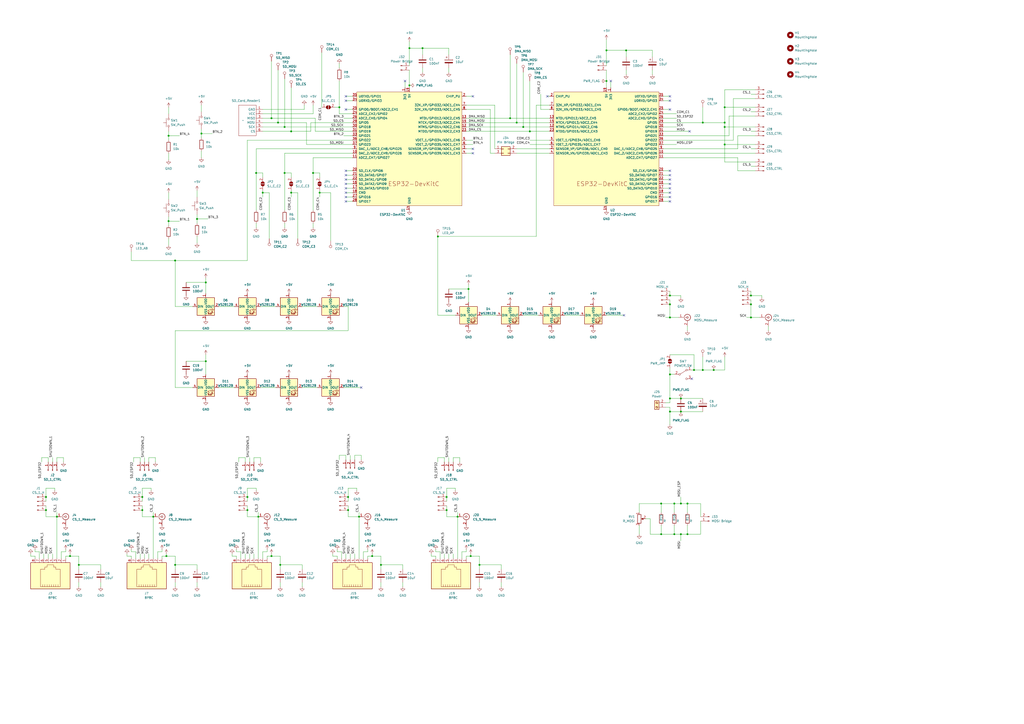
<source format=kicad_sch>
(kicad_sch (version 20230121) (generator eeschema)
  (paper "A2")
  (title_block (title "Audio Controller") (date "2023-11-29") (rev "1.0") (comment 1 "Author: Alex Hold"))
  (junction (at 303.53 73.66))
  (junction (at 398.78 292.1))
  (junction (at 97.79 78.74))
  (junction (at 265.43 299.72))
  (junction (at 168.91 76.2))
  (junction (at 181.61 100.33))
  (junction (at 394.97 238.76))
  (junction (at 388.62 231.14))
  (junction (at 254 137.16))
  (junction (at 26.67 288.29))
  (junction (at 33.02 299.72))
  (junction (at 388.62 176.53))
  (junction (at 26.67 295.91))
  (junction (at 152.4 111.76))
  (junction (at 299.72 71.12))
  (junction (at 40.64 322.58))
  (junction (at 185.42 111.76))
  (junction (at 97.79 128.27))
  (junction (at 119.38 163.83))
  (junction (at 435.61 184.15))
  (junction (at 149.86 299.72))
  (junction (at 394.97 309.88))
  (junction (at 45.72 327.66))
  (junction (at 391.16 309.88))
  (junction (at 307.34 76.2))
  (junction (at 101.6 151.13))
  (junction (at 101.6 327.66))
  (junction (at 161.29 71.12))
  (junction (at 402.59 214.63))
  (junction (at 259.08 288.29))
  (junction (at 143.51 295.91))
  (junction (at 196.85 62.23))
  (junction (at 157.48 68.58))
  (junction (at 82.55 288.29))
  (junction (at 116.84 77.47))
  (junction (at 157.48 322.58))
  (junction (at 351.79 29.21))
  (junction (at 394.97 231.14))
  (junction (at 114.3 127))
  (junction (at 388.62 171.45))
  (junction (at 435.61 176.53))
  (junction (at 388.62 217.17))
  (junction (at 215.9 322.58))
  (junction (at 383.54 309.88))
  (junction (at 383.54 292.1))
  (junction (at 407.67 214.63))
  (junction (at 143.51 288.29))
  (junction (at 237.49 27.94))
  (junction (at 295.91 68.58))
  (junction (at 162.56 327.66))
  (junction (at 271.78 167.64))
  (junction (at 88.9 299.72))
  (junction (at 165.1 73.66))
  (junction (at 96.52 322.58))
  (junction (at 82.55 295.91))
  (junction (at 273.05 322.58))
  (junction (at 391.16 292.1))
  (junction (at 420.37 62.23))
  (junction (at 237.49 49.53))
  (junction (at 435.61 171.45))
  (junction (at 407.67 71.12))
  (junction (at 148.59 100.33))
  (junction (at 351.79 46.99))
  (junction (at 165.1 100.33))
  (junction (at 394.97 292.1))
  (junction (at 220.98 327.66))
  (junction (at 363.22 29.21))
  (junction (at 259.08 295.91))
  (junction (at 388.62 238.76))
  (junction (at 388.62 184.15))
  (junction (at 201.93 295.91))
  (junction (at 398.78 309.88))
  (junction (at 420.37 83.82))
  (junction (at 245.11 27.94))
  (junction (at 201.93 288.29))
  (junction (at 420.37 71.12))
  (junction (at 278.13 327.66))
  (junction (at 420.37 73.66))
  (junction (at 168.91 111.76))
  (junction (at 414.02 214.63))
  (junction (at 119.38 209.55))
  (junction (at 208.28 299.72))
  (no_connect (at 388.62 101.6))
  (no_connect (at 388.62 104.14))
  (no_connect (at 361.95 182.88))
  (no_connect (at 388.62 55.88))
  (no_connect (at 200.66 104.14))
  (no_connect (at 354.33 46.99))
  (no_connect (at 388.62 109.22))
  (no_connect (at 200.66 101.6))
  (no_connect (at 388.62 111.76))
  (no_connect (at 200.66 99.06))
  (no_connect (at 200.66 55.88))
  (no_connect (at 388.62 63.5))
  (no_connect (at 200.66 63.5))
  (no_connect (at 388.62 106.68))
  (no_connect (at 200.66 109.22))
  (no_connect (at 401.32 219.71))
  (no_connect (at 388.62 116.84))
  (no_connect (at 200.66 106.68))
  (no_connect (at 234.95 46.99))
  (no_connect (at 274.32 55.88))
  (no_connect (at 400.05 76.2))
  (no_connect (at 200.66 111.76))
  (no_connect (at 388.62 99.06))
  (no_connect (at 388.62 58.42))
  (no_connect (at 317.5 55.88))
  (no_connect (at 388.62 114.3))
  (no_connect (at 274.32 88.9))
  (no_connect (at 200.66 114.3))
  (no_connect (at 200.66 58.42))
  (no_connect (at 200.66 116.84))
  (no_connect (at 274.32 86.36))
  (no_connect (at 209.55 224.79))
  (wire (pts (xy 201.93 295.91) (xy 201.93 299.72)))
  (wire (pts (xy 168.91 50.8) (xy 168.91 76.2)))
  (wire (pts (xy 406.4 292.1) (xy 398.78 292.1)))
  (wire (pts (xy 204.47 91.44) (xy 181.61 91.44)))
  (wire (pts (xy 313.69 63.5) (xy 318.77 63.5)))
  (wire (pts (xy 279.4 182.88) (xy 288.29 182.88)))
  (wire (pts (xy 383.54 304.8) (xy 383.54 309.88)))
  (wire (pts (xy 195.58 323.85) (xy 195.58 322.58)))
  (wire (pts (xy 148.59 100.33) (xy 148.59 121.92)))
  (wire (pts (xy 384.81 91.44) (xy 427.99 91.44)))
  (wire (pts (xy 175.26 177.8) (xy 184.15 177.8)))
  (wire (pts (xy 250.19 322.58) (xy 250.19 321.31)))
  (wire (pts (xy 114.3 137.16) (xy 114.3 140.97)))
  (wire (pts (xy 165.1 73.66) (xy 152.4 73.66)))
  (wire (pts (xy 97.79 128.27) (xy 104.14 128.27)))
  (wire (pts (xy 388.62 173.99) (xy 388.62 176.53)))
  (wire (pts (xy 267.97 320.04) (xy 270.51 320.04)))
  (wire (pts (xy 260.35 39.37) (xy 260.35 41.91)))
  (wire (pts (xy 394.97 288.29) (xy 394.97 292.1)))
  (wire (pts (xy 255.27 323.85) (xy 255.27 320.04)))
  (wire (pts (xy 299.72 86.36) (xy 318.77 86.36)))
  (wire (pts (xy 162.56 327.66) (xy 162.56 330.2)))
  (wire (pts (xy 58.42 327.66) (xy 58.42 330.2)))
  (wire (pts (xy 420.37 62.23) (xy 438.15 62.23)))
  (wire (pts (xy 31.75 283.21) (xy 31.75 284.48)))
  (wire (pts (xy 420.37 62.23) (xy 420.37 52.07)))
  (wire (pts (xy 388.62 99.06) (xy 384.81 99.06)))
  (wire (pts (xy 383.54 309.88) (xy 391.16 309.88)))
  (wire (pts (xy 257.81 267.97) (xy 257.81 265.43)))
  (wire (pts (xy 204.47 78.74) (xy 199.39 78.74)))
  (wire (pts (xy 97.79 76.2) (xy 97.79 78.74)))
  (wire (pts (xy 262.89 265.43) (xy 266.7 265.43)))
  (wire (pts (xy 78.74 323.85) (xy 78.74 320.04)))
  (wire (pts (xy 384.81 109.22) (xy 388.62 109.22)))
  (wire (pts (xy 370.84 292.1) (xy 370.84 297.18)))
  (wire (pts (xy 45.72 327.66) (xy 45.72 330.2)))
  (wire (pts (xy 151.13 265.43) (xy 151.13 267.97)))
  (wire (pts (xy 82.55 293.37) (xy 82.55 295.91)))
  (wire (pts (xy 208.28 297.18) (xy 208.28 299.72)))
  (wire (pts (xy 394.97 238.76) (xy 407.67 238.76)))
  (wire (pts (xy 151.13 224.79) (xy 160.02 224.79)))
  (wire (pts (xy 76.2 318.77) (xy 76.2 320.04)))
  (wire (pts (xy 388.62 236.22) (xy 388.62 238.76)))
  (wire (pts (xy 88.9 299.72) (xy 88.9 323.85)))
  (wire (pts (xy 384.81 76.2) (xy 400.05 76.2)))
  (wire (pts (xy 257.81 265.43) (xy 254 265.43)))
  (wire (pts (xy 208.28 299.72) (xy 208.28 323.85)))
  (wire (pts (xy 245.11 27.94) (xy 237.49 27.94)))
  (wire (pts (xy 168.91 102.87) (xy 168.91 100.33)))
  (wire (pts (xy 427.99 99.06) (xy 438.15 99.06)))
  (wire (pts (xy 33.02 299.72) (xy 33.02 323.85)))
  (wire (pts (xy 116.84 74.93) (xy 116.84 77.47)))
  (wire (pts (xy 93.98 320.04) (xy 93.98 318.77)))
  (wire (pts (xy 313.69 54.61) (xy 313.69 63.5)))
  (wire (pts (xy 204.47 101.6) (xy 200.66 101.6)))
  (wire (pts (xy 427.99 91.44) (xy 427.99 99.06)))
  (wire (pts (xy 270.51 83.82) (xy 274.32 83.82)))
  (wire (pts (xy 107.95 163.83) (xy 119.38 163.83)))
  (wire (pts (xy 438.15 93.98) (xy 420.37 93.98)))
  (wire (pts (xy 114.3 110.49) (xy 114.3 114.3)))
  (wire (pts (xy 196.85 46.99) (xy 196.85 62.23)))
  (wire (pts (xy 101.6 191.77) (xy 101.6 224.79)))
  (wire (pts (xy 384.81 81.28) (xy 425.45 81.28)))
  (wire (pts (xy 270.51 322.58) (xy 273.05 322.58)))
  (wire (pts (xy 435.61 96.52) (xy 438.15 96.52)))
  (wire (pts (xy 378.46 29.21) (xy 363.22 29.21)))
  (wire (pts (xy 351.79 29.21) (xy 351.79 38.1)))
  (wire (pts (xy 30.48 265.43) (xy 30.48 267.97)))
  (wire (pts (xy 142.24 321.31) (xy 142.24 323.85)))
  (wire (pts (xy 384.81 63.5) (xy 388.62 63.5)))
  (wire (pts (xy 86.36 267.97) (xy 86.36 265.43)))
  (wire (pts (xy 180.34 71.12) (xy 204.47 71.12)))
  (wire (pts (xy 435.61 64.77) (xy 438.15 64.77)))
  (wire (pts (xy 388.62 231.14) (xy 388.62 233.68)))
  (wire (pts (xy 20.32 322.58) (xy 17.78 322.58)))
  (wire (pts (xy 152.4 102.87) (xy 152.4 100.33)))
  (wire (pts (xy 76.2 151.13) (xy 101.6 151.13)))
  (wire (pts (xy 97.79 128.27) (xy 97.79 130.81)))
  (wire (pts (xy 30.48 321.31) (xy 30.48 323.85)))
  (wire (pts (xy 114.3 327.66) (xy 114.3 330.2)))
  (wire (pts (xy 181.61 100.33) (xy 181.61 121.92)))
  (wire (pts (xy 175.26 327.66) (xy 175.26 330.2)))
  (wire (pts (xy 86.36 265.43) (xy 90.17 265.43)))
  (wire (pts (xy 151.13 177.8) (xy 160.02 177.8)))
  (wire (pts (xy 259.08 299.72) (xy 265.43 299.72)))
  (wire (pts (xy 182.88 76.2) (xy 204.47 76.2)))
  (wire (pts (xy 45.72 327.66) (xy 58.42 327.66)))
  (wire (pts (xy 81.28 267.97) (xy 81.28 265.43)))
  (wire (pts (xy 257.81 321.31) (xy 257.81 323.85)))
  (wire (pts (xy 45.72 322.58) (xy 45.72 327.66)))
  (wire (pts (xy 144.78 321.31) (xy 144.78 323.85)))
  (wire (pts (xy 259.08 295.91) (xy 259.08 299.72)))
  (wire (pts (xy 398.78 304.8) (xy 398.78 309.88)))
  (wire (pts (xy 384.81 101.6) (xy 388.62 101.6)))
  (wire (pts (xy 176.53 63.5) (xy 152.4 63.5)))
  (wire (pts (xy 420.37 62.23) (xy 420.37 71.12)))
  (wire (pts (xy 168.91 111.76) (xy 168.91 114.3)))
  (wire (pts (xy 38.1 323.85) (xy 38.1 322.58)))
  (wire (pts (xy 82.55 288.29) (xy 82.55 283.21)))
  (wire (pts (xy 168.91 76.2) (xy 152.4 76.2)))
  (wire (pts (xy 152.4 323.85) (xy 152.4 320.04)))
  (wire (pts (xy 386.08 184.15) (xy 388.62 184.15)))
  (wire (pts (xy 156.21 111.76) (xy 152.4 111.76)))
  (wire (pts (xy 152.4 110.49) (xy 152.4 111.76)))
  (wire (pts (xy 114.3 127) (xy 114.3 129.54)))
  (wire (pts (xy 154.94 322.58) (xy 157.48 322.58)))
  (wire (pts (xy 204.47 88.9) (xy 165.1 88.9)))
  (wire (pts (xy 88.9 297.18) (xy 88.9 299.72)))
  (wire (pts (xy 20.32 323.85) (xy 20.32 322.58)))
  (wire (pts (xy 205.74 266.7) (xy 205.74 264.16)))
  (wire (pts (xy 420.37 214.63) (xy 420.37 207.01)))
  (wire (pts (xy 237.49 40.64) (xy 237.49 49.53)))
  (wire (pts (xy 76.2 146.05) (xy 76.2 151.13)))
  (wire (pts (xy 307.34 83.82) (xy 318.77 83.82)))
  (wire (pts (xy 270.51 55.88) (xy 274.32 55.88)))
  (wire (pts (xy 201.93 177.8) (xy 201.93 191.77)))
  (wire (pts (xy 295.91 31.75) (xy 295.91 68.58)))
  (wire (pts (xy 196.85 66.04) (xy 204.47 66.04)))
  (wire (pts (xy 295.91 68.58) (xy 318.77 68.58)))
  (wire (pts (xy 200.66 321.31) (xy 200.66 323.85)))
  (wire (pts (xy 161.29 71.12) (xy 152.4 71.12)))
  (wire (pts (xy 377.19 309.88) (xy 383.54 309.88)))
  (wire (pts (xy 391.16 297.18) (xy 391.16 292.1)))
  (wire (pts (xy 351.79 22.86) (xy 351.79 29.21)))
  (wire (pts (xy 107.95 209.55) (xy 119.38 209.55)))
  (wire (pts (xy 445.77 189.23) (xy 445.77 191.77)))
  (wire (pts (xy 156.21 138.43) (xy 156.21 111.76)))
  (wire (pts (xy 97.79 78.74) (xy 104.14 78.74)))
  (wire (pts (xy 420.37 83.82) (xy 438.15 83.82)))
  (wire (pts (xy 245.11 27.94) (xy 245.11 31.75)))
  (wire (pts (xy 33.02 297.18) (xy 33.02 299.72)))
  (wire (pts (xy 143.51 293.37) (xy 143.51 295.91)))
  (wire (pts (xy 394.97 309.88) (xy 394.97 313.69)))
  (wire (pts (xy 303.53 41.91) (xy 303.53 73.66)))
  (wire (pts (xy 177.8 83.82) (xy 204.47 83.82)))
  (wire (pts (xy 38.1 322.58) (xy 40.64 322.58)))
  (wire (pts (xy 213.36 322.58) (xy 215.9 322.58)))
  (wire (pts (xy 25.4 321.31) (xy 25.4 323.85)))
  (wire (pts (xy 204.47 58.42) (xy 200.66 58.42)))
  (wire (pts (xy 260.35 321.31) (xy 260.35 323.85)))
  (wire (pts (xy 143.51 81.28) (xy 204.47 81.28)))
  (wire (pts (xy 204.47 104.14) (xy 200.66 104.14)))
  (wire (pts (xy 38.1 320.04) (xy 38.1 318.77)))
  (wire (pts (xy 26.67 293.37) (xy 26.67 295.91)))
  (wire (pts (xy 391.16 309.88) (xy 394.97 309.88)))
  (wire (pts (xy 101.6 322.58) (xy 96.52 322.58)))
  (wire (pts (xy 391.16 292.1) (xy 383.54 292.1)))
  (wire (pts (xy 76.2 323.85) (xy 76.2 322.58)))
  (wire (pts (xy 270.51 68.58) (xy 295.91 68.58)))
  (wire (pts (xy 83.82 265.43) (xy 83.82 267.97)))
  (wire (pts (xy 199.39 68.58) (xy 204.47 68.58)))
  (wire (pts (xy 205.74 264.16) (xy 209.55 264.16)))
  (wire (pts (xy 204.47 63.5) (xy 200.66 63.5)))
  (wire (pts (xy 165.1 45.72) (xy 165.1 73.66)))
  (wire (pts (xy 384.81 55.88) (xy 388.62 55.88)))
  (wire (pts (xy 273.05 322.58) (xy 273.05 321.31)))
  (wire (pts (xy 114.3 337.82) (xy 114.3 340.36)))
  (wire (pts (xy 87.63 283.21) (xy 87.63 284.48)))
  (wire (pts (xy 147.32 321.31) (xy 147.32 323.85)))
  (wire (pts (xy 270.51 60.96) (xy 287.02 60.96)))
  (wire (pts (xy 438.15 67.31) (xy 422.91 67.31)))
  (wire (pts (xy 101.6 322.58) (xy 101.6 327.66)))
  (wire (pts (xy 162.56 322.58) (xy 162.56 327.66)))
  (wire (pts (xy 45.72 322.58) (xy 40.64 322.58)))
  (wire (pts (xy 97.79 78.74) (xy 97.79 81.28)))
  (wire (pts (xy 116.84 87.63) (xy 116.84 91.44)))
  (wire (pts (xy 165.1 129.54) (xy 165.1 132.08)))
  (wire (pts (xy 161.29 40.64) (xy 161.29 71.12)))
  (wire (pts (xy 138.43 265.43) (xy 138.43 267.97)))
  (wire (pts (xy 200.66 266.7) (xy 200.66 264.16)))
  (wire (pts (xy 270.51 323.85) (xy 270.51 322.58)))
  (wire (pts (xy 435.61 76.2) (xy 438.15 76.2)))
  (wire (pts (xy 144.78 265.43) (xy 144.78 267.97)))
  (wire (pts (xy 97.79 88.9) (xy 97.79 92.71)))
  (wire (pts (xy 394.97 309.88) (xy 398.78 309.88)))
  (wire (pts (xy 318.77 60.96) (xy 311.15 60.96)))
  (wire (pts (xy 27.94 321.31) (xy 27.94 323.85)))
  (wire (pts (xy 180.34 76.2) (xy 168.91 76.2)))
  (wire (pts (xy 26.67 299.72) (xy 33.02 299.72)))
  (wire (pts (xy 182.88 76.2) (xy 182.88 68.58)))
  (wire (pts (xy 175.26 224.79) (xy 184.15 224.79)))
  (wire (pts (xy 82.55 283.21) (xy 87.63 283.21)))
  (wire (pts (xy 91.44 323.85) (xy 91.44 320.04)))
  (wire (pts (xy 201.93 283.21) (xy 207.01 283.21)))
  (wire (pts (xy 384.81 88.9) (xy 438.15 88.9)))
  (wire (pts (xy 383.54 292.1) (xy 370.84 292.1)))
  (wire (pts (xy 391.16 304.8) (xy 391.16 309.88)))
  (wire (pts (xy 386.08 236.22) (xy 388.62 236.22)))
  (wire (pts (xy 93.98 323.85) (xy 93.98 322.58)))
  (wire (pts (xy 265.43 299.72) (xy 265.43 323.85)))
  (wire (pts (xy 303.53 73.66) (xy 318.77 73.66)))
  (wire (pts (xy 435.61 168.91) (xy 435.61 171.45)))
  (wire (pts (xy 378.46 33.02) (xy 378.46 29.21)))
  (wire (pts (xy 181.61 129.54) (xy 181.61 132.08)))
  (wire (pts (xy 388.62 231.14) (xy 394.97 231.14)))
  (wire (pts (xy 388.62 238.76) (xy 388.62 246.38)))
  (wire (pts (xy 97.79 62.23) (xy 97.79 66.04)))
  (wire (pts (xy 307.34 76.2) (xy 318.77 76.2)))
  (wire (pts (xy 193.04 322.58) (xy 193.04 321.31)))
  (wire (pts (xy 377.19 300.99) (xy 377.19 309.88)))
  (wire (pts (xy 234.95 50.8) (xy 234.95 46.99)))
  (wire (pts (xy 36.83 265.43) (xy 36.83 267.97)))
  (wire (pts (xy 254 265.43) (xy 254 267.97)))
  (wire (pts (xy 284.48 88.9) (xy 284.48 63.5)))
  (wire (pts (xy 210.82 320.04) (xy 213.36 320.04)))
  (wire (pts (xy 252.73 318.77) (xy 252.73 320.04)))
  (wire (pts (xy 26.67 295.91) (xy 26.67 299.72)))
  (wire (pts (xy 137.16 323.85) (xy 137.16 322.58)))
  (wire (pts (xy 205.74 321.31) (xy 205.74 323.85)))
  (wire (pts (xy 201.93 288.29) (xy 201.93 290.83)))
  (wire (pts (xy 260.35 167.64) (xy 271.78 167.64)))
  (wire (pts (xy 26.67 288.29) (xy 26.67 283.21)))
  (wire (pts (xy 384.81 116.84) (xy 388.62 116.84)))
  (wire (pts (xy 270.51 76.2) (xy 307.34 76.2)))
  (wire (pts (xy 287.02 88.9) (xy 284.48 88.9)))
  (wire (pts (xy 287.02 86.36) (xy 287.02 60.96)))
  (wire (pts (xy 204.47 99.06) (xy 200.66 99.06)))
  (wire (pts (xy 101.6 151.13) (xy 101.6 177.8)))
  (wire (pts (xy 142.24 265.43) (xy 138.43 265.43)))
  (wire (pts (xy 207.01 283.21) (xy 207.01 284.48)))
  (wire (pts (xy 142.24 267.97) (xy 142.24 265.43)))
  (wire (pts (xy 35.56 323.85) (xy 35.56 320.04)))
  (wire (pts (xy 177.8 71.12) (xy 161.29 71.12)))
  (wire (pts (xy 278.13 337.82) (xy 278.13 340.36)))
  (wire (pts (xy 245.11 39.37) (xy 245.11 41.91)))
  (wire (pts (xy 172.72 111.76) (xy 168.91 111.76)))
  (wire (pts (xy 363.22 29.21) (xy 363.22 33.02)))
  (wire (pts (xy 157.48 322.58) (xy 157.48 321.31)))
  (wire (pts (xy 185.42 111.76) (xy 185.42 114.3)))
  (wire (pts (xy 186.69 30.48) (xy 186.69 62.23)))
  (wire (pts (xy 177.8 83.82) (xy 177.8 71.12)))
  (wire (pts (xy 139.7 320.04) (xy 137.16 320.04)))
  (wire (pts (xy 35.56 320.04) (xy 38.1 320.04)))
  (wire (pts (xy 22.86 320.04) (xy 20.32 320.04)))
  (wire (pts (xy 388.62 171.45) (xy 394.97 171.45)))
  (wire (pts (xy 264.16 283.21) (xy 264.16 284.48)))
  (wire (pts (xy 204.47 116.84) (xy 200.66 116.84)))
  (wire (pts (xy 278.13 322.58) (xy 278.13 327.66)))
  (wire (pts (xy 58.42 337.82) (xy 58.42 340.36)))
  (wire (pts (xy 420.37 73.66) (xy 420.37 71.12)))
  (wire (pts (xy 374.65 300.99) (xy 377.19 300.99)))
  (wire (pts (xy 114.3 127) (xy 120.65 127)))
  (wire (pts (xy 157.48 68.58) (xy 152.4 68.58)))
  (wire (pts (xy 81.28 265.43) (xy 77.47 265.43)))
  (wire (pts (xy 101.6 177.8) (xy 111.76 177.8)))
  (wire (pts (xy 259.08 283.21) (xy 264.16 283.21)))
  (wire (pts (xy 420.37 73.66) (xy 420.37 83.82)))
  (wire (pts (xy 433.07 184.15) (xy 435.61 184.15)))
  (wire (pts (xy 266.7 265.43) (xy 266.7 267.97)))
  (wire (pts (xy 383.54 292.1) (xy 383.54 297.18)))
  (wire (pts (xy 203.2 321.31) (xy 203.2 323.85)))
  (wire (pts (xy 204.47 109.22) (xy 200.66 109.22)))
  (wire (pts (xy 119.38 209.55) (xy 119.38 217.17)))
  (wire (pts (xy 40.64 322.58) (xy 40.64 321.31)))
  (wire (pts (xy 91.44 320.04) (xy 93.98 320.04)))
  (wire (pts (xy 147.32 265.43) (xy 151.13 265.43)))
  (wire (pts (xy 119.38 161.29) (xy 119.38 163.83)))
  (wire (pts (xy 262.89 321.31) (xy 262.89 323.85)))
  (wire (pts (xy 220.98 327.66) (xy 220.98 330.2)))
  (wire (pts (xy 17.78 322.58) (xy 17.78 321.31)))
  (wire (pts (xy 398.78 189.23) (xy 398.78 191.77)))
  (wire (pts (xy 143.51 288.29) (xy 143.51 283.21)))
  (wire (pts (xy 270.51 71.12) (xy 299.72 71.12)))
  (wire (pts (xy 398.78 309.88) (xy 406.4 309.88)))
  (wire (pts (xy 406.4 292.1) (xy 406.4 299.72)))
  (wire (pts (xy 143.51 288.29) (xy 143.51 290.83)))
  (wire (pts (xy 101.6 224.79) (xy 111.76 224.79)))
  (wire (pts (xy 270.51 320.04) (xy 270.51 318.77)))
  (wire (pts (xy 270.51 88.9) (xy 274.32 88.9)))
  (wire (pts (xy 191.77 111.76) (xy 185.42 111.76)))
  (wire (pts (xy 191.77 139.7) (xy 191.77 111.76)))
  (wire (pts (xy 270.51 81.28) (xy 274.32 81.28)))
  (wire (pts (xy 165.1 100.33) (xy 165.1 121.92)))
  (wire (pts (xy 76.2 322.58) (xy 73.66 322.58)))
  (wire (pts (xy 384.81 78.74) (xy 422.91 78.74)))
  (wire (pts (xy 270.51 86.36) (xy 274.32 86.36)))
  (wire (pts (xy 149.86 299.72) (xy 149.86 323.85)))
  (wire (pts (xy 199.39 224.79) (xy 209.55 224.79)))
  (wire (pts (xy 101.6 337.82) (xy 101.6 340.36)))
  (wire (pts (xy 290.83 327.66) (xy 290.83 330.2)))
  (wire (pts (xy 198.12 320.04) (xy 195.58 320.04)))
  (wire (pts (xy 391.16 292.1) (xy 394.97 292.1)))
  (wire (pts (xy 27.94 265.43) (xy 24.13 265.43)))
  (wire (pts (xy 201.93 288.29) (xy 201.93 283.21)))
  (wire (pts (xy 311.15 137.16) (xy 254 137.16)))
  (wire (pts (xy 204.47 111.76) (xy 200.66 111.76)))
  (wire (pts (xy 290.83 337.82) (xy 290.83 340.36)))
  (wire (pts (xy 157.48 35.56) (xy 157.48 68.58)))
  (wire (pts (xy 220.98 327.66) (xy 233.68 327.66)))
  (wire (pts (xy 363.22 40.64) (xy 363.22 43.18)))
  (wire (pts (xy 203.2 264.16) (xy 203.2 266.7)))
  (wire (pts (xy 270.51 73.66) (xy 303.53 73.66)))
  (wire (pts (xy 388.62 217.17) (xy 391.16 217.17)))
  (wire (pts (xy 317.5 55.88) (xy 318.77 55.88)))
  (wire (pts (xy 271.78 165.1) (xy 271.78 167.64)))
  (wire (pts (xy 262.89 267.97) (xy 262.89 265.43)))
  (wire (pts (xy 148.59 283.21) (xy 148.59 284.48)))
  (wire (pts (xy 82.55 295.91) (xy 82.55 299.72)))
  (wire (pts (xy 260.35 265.43) (xy 260.35 267.97)))
  (wire (pts (xy 407.67 71.12) (xy 420.37 71.12)))
  (wire (pts (xy 195.58 318.77) (xy 195.58 320.04)))
  (wire (pts (xy 351.79 29.21) (xy 363.22 29.21)))
  (wire (pts (xy 260.35 27.94) (xy 245.11 27.94)))
  (wire (pts (xy 213.36 323.85) (xy 213.36 322.58)))
  (wire (pts (xy 86.36 321.31) (xy 86.36 323.85)))
  (wire (pts (xy 407.67 207.01) (xy 407.67 214.63)))
  (wire (pts (xy 27.94 267.97) (xy 27.94 265.43)))
  (wire (pts (xy 20.32 318.77) (xy 20.32 320.04)))
  (wire (pts (xy 82.55 299.72) (xy 88.9 299.72)))
  (wire (pts (xy 394.97 171.45) (xy 394.97 172.72)))
  (wire (pts (xy 119.38 163.83) (xy 119.38 170.18)))
  (wire (pts (xy 384.81 73.66) (xy 392.43 73.66)))
  (wire (pts (xy 83.82 321.31) (xy 83.82 323.85)))
  (wire (pts (xy 384.81 58.42) (xy 388.62 58.42)))
  (wire (pts (xy 420.37 52.07) (xy 438.15 52.07)))
  (wire (pts (xy 168.91 110.49) (xy 168.91 111.76)))
  (wire (pts (xy 116.84 77.47) (xy 123.19 77.47)))
  (wire (pts (xy 265.43 297.18) (xy 265.43 299.72)))
  (wire (pts (xy 199.39 177.8) (xy 201.93 177.8)))
  (wire (pts (xy 119.38 205.74) (xy 119.38 209.55)))
  (wire (pts (xy 384.81 71.12) (xy 407.67 71.12)))
  (wire (pts (xy 420.37 83.82) (xy 420.37 93.98)))
  (wire (pts (xy 388.62 205.74) (xy 402.59 205.74)))
  (wire (pts (xy 260.35 31.75) (xy 260.35 27.94)))
  (wire (pts (xy 213.36 320.04) (xy 213.36 318.77)))
  (wire (pts (xy 384.81 83.82) (xy 392.43 83.82)))
  (wire (pts (xy 414.02 214.63) (xy 420.37 214.63)))
  (wire (pts (xy 370.84 304.8) (xy 370.84 309.88)))
  (wire (pts (xy 307.34 81.28) (xy 318.77 81.28)))
  (wire (pts (xy 116.84 60.96) (xy 116.84 64.77)))
  (wire (pts (xy 165.1 73.66) (xy 204.47 73.66)))
  (wire (pts (xy 209.55 264.16) (xy 209.55 266.7)))
  (wire (pts (xy 388.62 184.15) (xy 393.7 184.15)))
  (wire (pts (xy 259.08 293.37) (xy 259.08 295.91)))
  (wire (pts (xy 168.91 100.33) (xy 165.1 100.33)))
  (wire (pts (xy 147.32 267.97) (xy 147.32 265.43)))
  (wire (pts (xy 185.42 110.49) (xy 185.42 111.76)))
  (wire (pts (xy 435.61 176.53) (xy 435.61 184.15)))
  (wire (pts (xy 435.61 86.36) (xy 438.15 86.36)))
  (wire (pts (xy 143.51 295.91) (xy 143.51 299.72)))
  (wire (pts (xy 200.66 264.16) (xy 196.85 264.16)))
  (wire (pts (xy 24.13 265.43) (xy 24.13 267.97)))
  (wire (pts (xy 327.66 182.88) (xy 336.55 182.88)))
  (wire (pts (xy 198.12 323.85) (xy 198.12 320.04)))
  (wire (pts (xy 252.73 323.85) (xy 252.73 322.58)))
  (wire (pts (xy 259.08 288.29) (xy 259.08 290.83)))
  (wire (pts (xy 33.02 265.43) (xy 36.83 265.43)))
  (wire (pts (xy 394.97 231.14) (xy 407.67 231.14)))
  (wire (pts (xy 215.9 322.58) (xy 215.9 321.31)))
  (wire (pts (xy 127 177.8) (xy 135.89 177.8)))
  (wire (pts (xy 307.34 46.99) (xy 307.34 76.2)))
  (wire (pts (xy 90.17 265.43) (xy 90.17 267.97)))
  (wire (pts (xy 204.47 86.36) (xy 148.59 86.36)))
  (wire (pts (xy 176.53 60.96) (xy 176.53 63.5)))
  (wire (pts (xy 441.96 171.45) (xy 441.96 172.72)))
  (wire (pts (xy 152.4 111.76) (xy 152.4 114.3)))
  (wire (pts (xy 384.81 104.14) (xy 388.62 104.14)))
  (wire (pts (xy 143.51 151.13) (xy 101.6 151.13)))
  (wire (pts (xy 181.61 60.96) (xy 181.61 66.04)))
  (wire (pts (xy 181.61 91.44) (xy 181.61 100.33)))
  (wire (pts (xy 388.62 213.36) (xy 388.62 217.17)))
  (wire (pts (xy 152.4 66.04) (xy 181.61 66.04)))
  (wire (pts (xy 299.72 88.9) (xy 318.77 88.9)))
  (wire (pts (xy 143.51 283.21) (xy 148.59 283.21)))
  (wire (pts (xy 267.97 323.85) (xy 267.97 320.04)))
  (wire (pts (xy 435.61 171.45) (xy 441.96 171.45)))
  (wire (pts (xy 220.98 337.82) (xy 220.98 340.36)))
  (wire (pts (xy 157.48 68.58) (xy 182.88 68.58)))
  (wire (pts (xy 33.02 267.97) (xy 33.02 265.43)))
  (wire (pts (xy 237.49 49.53) (xy 237.49 50.8)))
  (wire (pts (xy 26.67 288.29) (xy 26.67 290.83)))
  (wire (pts (xy 154.94 320.04) (xy 154.94 318.77)))
  (wire (pts (xy 422.91 67.31) (xy 422.91 78.74)))
  (wire (pts (xy 402.59 214.63) (xy 407.67 214.63)))
  (wire (pts (xy 384.81 66.04) (xy 392.43 66.04)))
  (wire (pts (xy 384.81 68.58) (xy 392.43 68.58)))
  (wire (pts (xy 394.97 292.1) (xy 398.78 292.1)))
  (wire (pts (xy 127 224.79) (xy 135.89 224.79)))
  (wire (pts (xy 388.62 231.14) (xy 388.62 217.17)))
  (wire (pts (xy 26.67 283.21) (xy 31.75 283.21)))
  (wire (pts (xy 165.1 88.9) (xy 165.1 100.33)))
  (wire (pts (xy 201.93 191.77) (xy 101.6 191.77)))
  (wire (pts (xy 425.45 57.15) (xy 425.45 81.28)))
  (wire (pts (xy 152.4 320.04) (xy 154.94 320.04)))
  (wire (pts (xy 97.79 138.43) (xy 97.79 142.24)))
  (wire (pts (xy 137.16 322.58) (xy 134.62 322.58)))
  (wire (pts (xy 180.34 71.12) (xy 180.34 76.2)))
  (wire (pts (xy 401.32 214.63) (xy 402.59 214.63)))
  (wire (pts (xy 435.61 54.61) (xy 438.15 54.61)))
  (wire (pts (xy 388.62 238.76) (xy 394.97 238.76)))
  (wire (pts (xy 93.98 322.58) (xy 96.52 322.58)))
  (wire (pts (xy 82.55 288.29) (xy 82.55 290.83)))
  (wire (pts (xy 237.49 24.13) (xy 237.49 27.94)))
  (wire (pts (xy 172.72 138.43) (xy 172.72 111.76)))
  (wire (pts (xy 384.81 106.68) (xy 388.62 106.68)))
  (wire (pts (xy 196.85 66.04) (xy 196.85 62.23)))
  (wire (pts (xy 237.49 27.94) (xy 237.49 38.1)))
  (wire (pts (xy 384.81 111.76) (xy 388.62 111.76)))
  (wire (pts (xy 259.08 288.29) (xy 259.08 283.21)))
  (wire (pts (xy 407.67 214.63) (xy 414.02 214.63)))
  (wire (pts (xy 45.72 337.82) (xy 45.72 340.36)))
  (wire (pts (xy 185.42 102.87) (xy 185.42 100.33)))
  (wire (pts (xy 195.58 322.58) (xy 193.04 322.58)))
  (wire (pts (xy 97.79 125.73) (xy 97.79 128.27)))
  (wire (pts (xy 398.78 297.18) (xy 398.78 292.1)))
  (wire (pts (xy 233.68 327.66) (xy 233.68 330.2)))
  (wire (pts (xy 114.3 124.46) (xy 114.3 127)))
  (wire (pts (xy 378.46 40.64) (xy 378.46 43.18)))
  (wire (pts (xy 351.79 46.99) (xy 351.79 50.8)))
  (wire (pts (xy 303.53 182.88) (xy 312.42 182.88)))
  (wire (pts (xy 22.86 323.85) (xy 22.86 320.04)))
  (wire (pts (xy 143.51 299.72) (xy 149.86 299.72)))
  (wire (pts (xy 149.86 297.18) (xy 149.86 299.72)))
  (wire (pts (xy 299.72 71.12) (xy 318.77 71.12)))
  (wire (pts (xy 351.79 40.64) (xy 351.79 46.99)))
  (wire (pts (xy 220.98 322.58) (xy 220.98 327.66)))
  (wire (pts (xy 162.56 337.82) (xy 162.56 340.36)))
  (wire (pts (xy 427.99 78.74) (xy 438.15 78.74)))
  (wire (pts (xy 278.13 322.58) (xy 273.05 322.58)))
  (wire (pts (xy 204.47 55.88) (xy 200.66 55.88)))
  (wire (pts (xy 204.47 106.68) (xy 200.66 106.68)))
  (wire (pts (xy 252.73 322.58) (xy 250.19 322.58)))
  (wire (pts (xy 137.16 318.77) (xy 137.16 320.04)))
  (wire (pts (xy 254 137.16) (xy 254 182.88)))
  (wire (pts (xy 254 182.88) (xy 264.16 182.88)))
  (wire (pts (xy 139.7 323.85) (xy 139.7 320.04)))
  (wire (pts (xy 388.62 233.68) (xy 386.08 233.68)))
  (wire (pts (xy 185.42 100.33) (xy 181.61 100.33)))
  (wire (pts (xy 271.78 167.64) (xy 271.78 175.26)))
  (wire (pts (xy 154.94 323.85) (xy 154.94 322.58)))
  (wire (pts (xy 384.81 86.36) (xy 427.99 86.36)))
  (wire (pts (xy 143.51 81.28) (xy 143.51 151.13)))
  (wire (pts (xy 134.62 322.58) (xy 134.62 321.31)))
  (wire (pts (xy 220.98 322.58) (xy 215.9 322.58)))
  (wire (pts (xy 196.85 264.16) (xy 196.85 266.7)))
  (wire (pts (xy 101.6 327.66) (xy 114.3 327.66)))
  (wire (pts (xy 175.26 337.82) (xy 175.26 340.36)))
  (wire (pts (xy 388.62 168.91) (xy 388.62 171.45)))
  (wire (pts (xy 351.79 182.88) (xy 361.95 182.88)))
  (wire (pts (xy 201.93 299.72) (xy 208.28 299.72)))
  (wire (pts (xy 233.68 337.82) (xy 233.68 340.36)))
  (wire (pts (xy 407.67 62.23) (xy 407.67 71.12)))
  (wire (pts (xy 148.59 100.33) (xy 152.4 100.33)))
  (wire (pts (xy 435.61 184.15) (xy 440.69 184.15)))
  (wire (pts (xy 116.84 77.47) (xy 116.84 80.01)))
  (wire (pts (xy 196.85 62.23) (xy 194.31 62.23)))
  (wire (pts (xy 201.93 293.37) (xy 201.93 295.91)))
  (wire (pts (xy 384.81 114.3) (xy 388.62 114.3)))
  (wire (pts (xy 402.59 205.74) (xy 402.59 214.63)))
  (wire (pts (xy 354.33 50.8) (xy 354.33 46.99)))
  (wire (pts (xy 101.6 327.66) (xy 101.6 330.2)))
  (wire (pts (xy 311.15 60.96) (xy 311.15 137.16)))
  (wire (pts (xy 196.85 39.37) (xy 196.85 36.83)))
  (wire (pts (xy 210.82 323.85) (xy 210.82 320.04)))
  (wire (pts (xy 78.74 320.04) (xy 76.2 320.04)))
  (wire (pts (xy 278.13 327.66) (xy 290.83 327.66)))
  (wire (pts (xy 388.62 176.53) (xy 388.62 184.15)))
  (wire (pts (xy 270.51 63.5) (xy 284.48 63.5)))
  (wire (pts (xy 425.45 57.15) (xy 438.15 57.15)))
  (wire (pts (xy 427.99 86.36) (xy 427.99 78.74)))
  (wire (pts (xy 278.13 327.66) (xy 278.13 330.2)))
  (wire (pts (xy 81.28 321.31) (xy 81.28 323.85)))
  (wire (pts (xy 162.56 327.66) (xy 175.26 327.66)))
  (wire (pts (xy 420.37 73.66) (xy 438.15 73.66)))
  (wire (pts (xy 73.66 322.58) (xy 73.66 321.31)))
  (wire (pts (xy 255.27 320.04) (xy 252.73 320.04)))
  (wire (pts (xy 148.59 86.36) (xy 148.59 100.33)))
  (wire (pts (xy 96.52 322.58) (xy 96.52 321.31)))
  (wire (pts (xy 299.72 36.83) (xy 299.72 71.12)))
  (wire (pts (xy 97.79 111.76) (xy 97.79 115.57)))
  (wire (pts (xy 148.59 129.54) (xy 148.59 132.08)))
  (wire (pts (xy 162.56 322.58) (xy 157.48 322.58)))
  (wire (pts (xy 435.61 173.99) (xy 435.61 176.53)))
  (wire (pts (xy 77.47 265.43) (xy 77.47 267.97)))
  (wire (pts (xy 406.4 302.26) (xy 406.4 309.88)))
  (wire (pts (xy 204.47 114.3) (xy 200.66 114.3)))
  (label "SD_CS" (at 199.39 71.12 180))
  (label "CS_5" (at 265.43 297.18 90))
  (label "MISO" (at 392.43 76.2 0))
  (label "SD_ESP32" (at 392.43 68.58 0))
  (label "BTN_2" (at 123.19 77.47 0))
  (label "SD_SCK" (at 199.39 73.66 180))
  (label "MOSI" (at 260.35 321.31 90))
  (label "COM_C2" (at 313.69 54.61 90))
  (label "MOSI" (at 394.97 313.69 270))
  (label "COM_C4" (at 307.34 83.82 180))
  (label "SCK" (at 205.74 321.31 90))
  (label "DMA_MISO" (at 271.78 68.58 0))
  (label "SD_MISO" (at 199.39 76.2 180))
  (label "CS_2" (at 435.61 64.77 180))
  (label "CS_4" (at 435.61 86.36 180))
  (label "SD_ESP32" (at 77.47 267.97 270))
  (label "SCK" (at 262.89 321.31 90))
  (label "CS_2" (at 88.9 297.18 90))
  (label "SHUTDOWN_1" (at 30.48 265.43 90))
  (label "COM_C1" (at 392.43 66.04 0))
  (label "MOSI" (at 144.78 321.31 90))
  (label "SCK" (at 147.32 321.31 90))
  (label "DMA_MOSI" (at 271.78 71.12 0))
  (label "COM_C1" (at 186.69 62.23 270))
  (label "SHUTDOWN_2" (at 81.28 321.31 90))
  (label "CS" (at 392.43 71.12 0))
  (label "SHUTDOWN_5" (at 257.81 321.31 90))
  (label "COM_C4" (at 185.42 114.3 270))
  (label "COM_C3" (at 168.91 114.3 270))
  (label "SCK" (at 86.36 321.31 90))
  (label "CS_5" (at 435.61 96.52 180))
  (label "SD_ESP32" (at 196.85 266.7 270))
  (label "SCK" (at 392.43 73.66 0))
  (label "BTN_1" (at 274.32 81.28 0))
  (label "CS_1" (at 33.02 297.18 90))
  (label "SHUTDOWN_4" (at 203.2 264.16 90))
  (label "MOSI" (at 386.08 184.15 180))
  (label "SCK" (at 433.07 184.15 180))
  (label "CS_1" (at 435.61 54.61 180))
  (label "COM_C2" (at 152.4 114.3 270))
  (label "SD_MOSI" (at 199.39 83.82 180))
  (label "BTN_3" (at 199.39 68.58 180))
  (label "SHUTDOWN_2" (at 83.82 265.43 90))
  (label "SHUTDOWN_4" (at 200.66 321.31 90))
  (label "MOSI" (at 203.2 321.31 90))
  (label "SD_ESP32" (at 254 267.97 270))
  (label "SHUTDOWN_5" (at 260.35 265.43 90))
  (label "MOSI" (at 83.82 321.31 90))
  (label "SCK" (at 30.48 321.31 90))
  (label "BTN_4" (at 274.32 83.82 0))
  (label "MOSI_ESP" (at 394.97 288.29 90))
  (label "SHUTDOWN_3" (at 142.24 321.31 90))
  (label "COM_C3" (at 307.34 81.28 180))
  (label "CS_3" (at 149.86 297.18 90))
  (label "BTN_2" (at 199.39 78.74 180))
  (label "CS_3" (at 435.61 76.2 180))
  (label "DMA_SCK" (at 271.78 73.66 0))
  (label "SD_ESP32" (at 138.43 267.97 270))
  (label "MOSI" (at 27.94 321.31 90))
  (label "MOSI_ESP" (at 392.43 83.82 0))
  (label "DMA_CS" (at 271.78 76.2 0))
  (label "SHUTDOWN_3" (at 144.78 265.43 90))
  (label "BTN_3" (at 120.65 127 0))
  (label "SD_ESP32" (at 24.13 267.97 270))
  (label "BTN_4" (at 104.14 78.74 0))
  (label "CS_4" (at 208.28 297.18 90))
  (label "BTN_1" (at 104.14 128.27 0))
  (label "SHUTDOWN_1" (at 25.4 321.31 90))
  (symbol (lib_id "power:GND") (at 93.98 304.8 0) (unit 1)
    (property "Reference" "#PWR020" (effects hide))
    (property "Value" "GND" (at 93.98 309.88 0))
  )
  (symbol (lib_id "power:GND") (at 270.51 304.8 0) (unit 1)
    (property "Reference" "#PWR047" (effects hide))
    (property "Value" "GND" (at 270.51 309.88 0))
  )
  (symbol (lib_id "power:GND") (at 344.17 190.5 0) (unit 1)
    (property "Reference" "#PWR0109" (effects hide))
    (property "Value" "GND" (at 344.17 195.58 0))
  )
  (symbol (lib_id "Switch:SW_Push") (at 116.84 69.85 90) (unit 1)
    (property "Reference" "SW4" (at 118.11 68.58 90) (effects (justify right)))
    (property "Value" "SW_Push" (at 118.11 71.12 90) (effects (justify right)))
    (property "Footprint" "Button_Switch_THT:SW_PUSH_6mm" (effects hide))
  )
  (symbol (lib_id "Mechanical:MountingHole") (at 458.47 27.94 0) (unit 1)
    (property "Reference" "H2" (at 461.01 26.67 0) (effects (justify left)))
    (property "Value" "MountingHole" (at 461.01 29.21 0) (effects (justify left)))
    (property "Footprint" "MountingHole:MountingHole_3.2mm_M3" (effects hide))
  )
  (symbol (lib_id "Device:R") (at 114.3 133.35 0) (unit 1)
    (property "Reference" "R3" (at 116.84 132.08 0) (effects (justify left)))
    (property "Value" "10k" (at 116.84 134.62 0) (effects (justify left)))
    (property "Footprint" "Resistor_SMD:R_0805_2012Metric_Pad1.20x1.40mm_HandSolder" (effects hide))
  )
  (symbol (lib_id "Device:R") (at 165.1 125.73 0) (unit 1)
    (property "Reference" "R6" (at 167.64 124.46 0) (effects (justify left)))
    (property "Value" "10k" (at 167.64 127 0) (effects (justify left)))
    (property "Footprint" "Resistor_SMD:R_0805_2012Metric_Pad1.20x1.40mm_HandSolder" (effects hide))
  )
  (symbol (lib_id "power:GND") (at 20.32 318.77 180) (unit 1)
    (property "Reference" "#PWR02" (effects hide))
    (property "Value" "GND" (at 20.32 313.69 0))
  )
  (symbol (lib_id "Device:C") (at 107.95 213.36 0) (unit 1)
    (property "Reference" "C19" (at 111.76 212.09 0) (effects (justify left)))
    (property "Value" "100nF" (at 111.76 214.63 0) (effects (justify left)))
    (property "Footprint" "Capacitor_SMD:C_1206_3216Metric_Pad1.33x1.80mm_HandSolder" (effects hide))
  )
  (symbol (lib_id "Connector:Conn_01x04_Pin") (at 254 290.83 0) (unit 1)
    (property "Reference" "J17" (at 254.635 283.21 0))
    (property "Value" "CS_5_H" (at 254.635 285.75 0))
    (property "Footprint" "Connector_PinHeader_2.54mm:PinHeader_1x04_P2.54mm_Vertical" (effects hide))
  )
  (symbol (lib_id "power:GND") (at 191.77 185.42 0) (unit 1)
    (property "Reference" "#PWR092" (effects hide))
    (property "Value" "GND" (at 191.77 190.5 0))
  )
  (symbol (lib_id "power:+5V") (at 237.49 24.13 0) (mirror y) (unit 1)
    (property "Reference" "#PWR049" (effects hide))
    (property "Value" "+5V" (at 237.49 19.05 0))
  )
  (symbol (lib_id "Connector:TestPoint") (at 299.72 36.83 0) (unit 1)
    (property "Reference" "TP6" (at 302.26 32.258 0) (effects (justify left)))
    (property "Value" "DMA_MOSI" (at 302.26 34.798 0) (effects (justify left)))
    (property "Footprint" "TestPoint:TestPoint_Pad_D3.0mm" (effects hide))
  )
  (symbol (lib_id "Device:C_Polarized") (at 407.67 234.95 0) (unit 1)
    (property "Reference" "C6" (at 411.48 232.791 0) (effects (justify left)))
    (property "Value" "10uF" (at 411.48 235.331 0) (effects (justify left)))
    (property "Footprint" "Capacitor_THT:CP_Radial_D5.0mm_P2.50mm" (effects hide))
  )
  (symbol (lib_id "power:GND") (at 87.63 284.48 0) (unit 1)
    (property "Reference" "#PWR018" (effects hide))
    (property "Value" "GND" (at 87.63 289.56 0))
  )
  (symbol (lib_id "power:+5V") (at 143.51 217.17 0) (unit 1)
    (property "Reference" "#PWR085" (effects hide))
    (property "Value" "+5V" (at 143.51 212.09 0))
  )
  (symbol (lib_id "LED:WS2812B") (at 344.17 182.88 0) (unit 1)
    (property "Reference" "D19" (at 355.6 179.2321 0))
    (property "Value" "WS2812B" (at 355.6 181.7721 0))
    (property "Footprint" "LED_SMD:LED_WS2812B_PLCC4_5.0x5.0mm_P3.2mm" (effects hide))
    (property "Datasheet" "https://cdn-shop.adafruit.com/datasheets/WS2812B.pdf" (effects hide))
  )
  (symbol (lib_id "power:GND") (at 264.16 284.48 0) (unit 1)
    (property "Reference" "#PWR045" (effects hide))
    (property "Value" "GND" (at 264.16 289.56 0))
  )
  (symbol (lib_id "Device:R") (at 196.85 43.18 180) (unit 1)
    (property "Reference" "R8" (at 199.39 41.91 0) (effects (justify right)))
    (property "Value" "10k" (at 199.39 44.45 0) (effects (justify right)))
    (property "Footprint" "Resistor_SMD:R_0805_2012Metric_Pad1.20x1.40mm_HandSolder" (effects hide))
  )
  (symbol (lib_id "power:GND") (at 378.46 43.18 0) (unit 1)
    (property "Reference" "#PWR065" (effects hide))
    (property "Value" "GND" (at 378.46 48.26 0))
  )
  (symbol (lib_id "Jumper:SolderJumper_2_Open") (at 190.5 62.23 0) (unit 1)
    (property "Reference" "JP5" (at 190.5 55.88 0))
    (property "Value" "SJ_C_C1" (at 190.5 58.42 0))
    (property "Footprint" "Jumper:SolderJumper-2_P1.3mm_Open_Pad1.0x1.5mm" (effects hide))
  )
  (symbol (lib_id "LED:WS2812B") (at 191.77 224.79 0) (unit 1)
    (property "Reference" "D14" (at 203.2 221.1421 0))
    (property "Value" "WS2812B" (at 203.2 223.6821 0))
    (property "Footprint" "LED_SMD:LED_WS2812B_PLCC4_5.0x5.0mm_P3.2mm" (effects hide))
    (property "Datasheet" "https://cdn-shop.adafruit.com/datasheets/WS2812B.pdf" (effects hide))
  )
  (symbol (lib_id "power:+5V") (at 97.79 111.76 0) (mirror y) (unit 1)
    (property "Reference" "#PWR05" (effects hide))
    (property "Value" "+5V" (at 97.79 106.68 0))
  )
  (symbol (lib_id "power:+5V") (at 143.51 170.18 0) (unit 1)
    (property "Reference" "#PWR059" (effects hide))
    (property "Value" "+5V" (at 143.51 165.1 0))
  )
  (symbol (lib_id "Connector_Generic:Conn_02x02_Odd_Even") (at 292.1 86.36 0) (unit 1)
    (property "Reference" "J34" (at 293.37 80.01 0))
    (property "Value" "Pin Bridge" (at 293.37 82.55 0))
    (property "Footprint" "Connector_PinHeader_2.54mm:PinHeader_2x02_P2.54mm_Vertical" (effects hide))
  )
  (symbol (lib_id "power:GND") (at 278.13 340.36 0) (unit 1)
    (property "Reference" "#PWR080" (effects hide))
    (property "Value" "GND" (at 278.13 345.44 0))
  )
  (symbol (lib_id "power:GND") (at 363.22 43.18 0) (unit 1)
    (property "Reference" "#PWR064" (effects hide))
    (property "Value" "GND" (at 363.22 48.26 0))
  )
  (symbol (lib_id "Jumper:SolderJumper_2_Open") (at 152.4 106.68 90) (unit 1)
    (property "Reference" "JP2" (at 154.94 105.41 90) (effects (justify right)))
    (property "Value" "SJ_C_C2" (at 154.94 107.95 90) (effects (justify right)))
    (property "Footprint" "Jumper:SolderJumper-2_P1.3mm_Open_Pad1.0x1.5mm" (effects hide))
  )
  (symbol (lib_id "power:GND") (at 167.64 232.41 0) (unit 1)
    (property "Reference" "#PWR090" (effects hide))
    (property "Value" "GND" (at 167.64 237.49 0))
  )
  (symbol (lib_id "power:GND") (at 143.51 232.41 0) (unit 1)
    (property "Reference" "#PWR089" (effects hide))
    (property "Value" "GND" (at 143.51 237.49 0))
  )
  (symbol (lib_id "Connector:TestPoint") (at 157.48 35.56 0) (unit 1)
    (property "Reference" "TP1" (at 160.02 30.988 0) (effects (justify left)))
    (property "Value" "SD_MISO" (at 160.02 33.528 0) (effects (justify left)))
    (property "Footprint" "TestPoint:TestPoint_Pad_D3.0mm" (effects hide))
  )
  (symbol (lib_id "Connector:Conn_01x03_Pin") (at 443.23 76.2 180) (unit 1)
    (property "Reference" "J28" (at 444.5 74.93 0) (effects (justify right)))
    (property "Value" "CS3_CTRL" (at 444.5 77.47 0) (effects (justify right)))
    (property "Footprint" "Connector_PinHeader_2.54mm:PinHeader_1x03_P2.54mm_Vertical" (effects hide))
  )
  (symbol (lib_id "power:GND") (at 260.35 175.26 0) (unit 1)
    (property "Reference" "#PWR068" (effects hide))
    (property "Value" "GND" (at 260.35 180.34 0))
  )
  (symbol (lib_id "power:GND") (at 220.98 340.36 0) (unit 1)
    (property "Reference" "#PWR078" (effects hide))
    (property "Value" "GND" (at 220.98 345.44 0))
  )
  (symbol (lib_id "power:GND") (at 73.66 321.31 180) (unit 1)
    (property "Reference" "#PWR014" (effects hide))
    (property "Value" "GND" (at 73.66 316.23 0))
  )
  (symbol (lib_id "Connector:TestPoint") (at 295.91 31.75 0) (unit 1)
    (property "Reference" "TP5" (at 298.45 27.178 0) (effects (justify left)))
    (property "Value" "DMA_MISO" (at 298.45 29.718 0) (effects (justify left)))
    (property "Footprint" "TestPoint:TestPoint_Pad_D3.0mm" (effects hide))
  )
  (symbol (lib_id "power:PWR_FLAG") (at 394.97 231.14 0) (unit 1)
    (property "Reference" "#FLG01" (effects hide))
    (property "Value" "PWR_FLAG" (at 394.97 226.06 0))
  )
  (symbol (lib_id "power:GND") (at 237.49 121.92 0) (mirror y) (unit 1)
    (property "Reference" "#PWR050" (effects hide))
    (property "Value" "GND" (at 237.49 127 0))
  )
  (symbol (lib_id "power:GND") (at 370.84 309.88 0) (unit 1)
    (property "Reference" "#PWR070" (effects hide))
    (property "Value" "GND" (at 370.84 314.96 0))
  )
  (symbol (lib_id "Connector:Conn_Coaxial") (at 213.36 299.72 0) (unit 1)
    (property "Reference" "J16" (at 217.17 298.7432 0) (effects (justify left)))
    (property "Value" "CS_4_Measure" (at 217.17 301.2832 0) (effects (justify left)))
    (property "Footprint" "Library:BNC_Connector" (effects hide))
    (property "Datasheet" " ~" (effects hide))
  )
  (symbol (lib_id "Connector:TestPoint") (at 165.1 45.72 0) (unit 1)
    (property "Reference" "TP3" (at 167.64 41.148 0) (effects (justify left)))
    (property "Value" "SD_SCK" (at 167.64 43.688 0) (effects (justify left)))
    (property "Footprint" "TestPoint:TestPoint_Pad_D3.0mm" (effects hide))
  )
  (symbol (lib_id "Device:C") (at 260.35 171.45 0) (unit 1)
    (property "Reference" "C18" (at 264.16 170.18 0) (effects (justify left)))
    (property "Value" "100nF" (at 264.16 172.72 0) (effects (justify left)))
    (property "Footprint" "Capacitor_SMD:C_1206_3216Metric_Pad1.33x1.80mm_HandSolder" (effects hide))
  )
  (symbol (lib_id "Mechanical:MountingHole") (at 458.47 43.18 0) (unit 1)
    (property "Reference" "H4" (at 461.01 41.91 0) (effects (justify left)))
    (property "Value" "MountingHole" (at 461.01 44.45 0) (effects (justify left)))
    (property "Footprint" "MountingHole:MountingHole_3.2mm_M3" (effects hide))
  )
  (symbol (lib_id "Connector:Conn_01x03_Pin") (at 30.48 273.05 90) (unit 1)
    (property "Reference" "J2" (at 30.48 275.59 90))
    (property "Value" "SD_1_CTRL" (at 30.48 278.13 90))
    (property "Footprint" "Connector_PinHeader_2.54mm:PinHeader_1x03_P2.54mm_Vertical" (effects hide))
  )
  (symbol (lib_id "power:+5V") (at 116.84 60.96 0) (mirror y) (unit 1)
    (property "Reference" "#PWR015" (effects hide))
    (property "Value" "+5V" (at 116.84 55.88 0))
  )
  (symbol (lib_id "AudioController:SD_Card_Reader") (at 143.51 69.85 0) (mirror x) (unit 1)
    (property "Reference" "SD_Card_Reader1" (at 151.13 58.42 0) (effects (justify right)))
    (property "Value" "~" (at 140.97 69.85 0))
    (property "Footprint" "Library:SD-Card_Adapter" (effects hide))
  )
  (symbol (lib_id "power:GND") (at 90.17 267.97 0) (unit 1)
    (property "Reference" "#PWR019" (effects hide))
    (property "Value" "GND" (at 90.17 273.05 0))
  )
  (symbol (lib_id "Jumper:SolderJumper_2_Open") (at 168.91 106.68 90) (unit 1)
    (property "Reference" "JP3" (at 171.45 105.41 90) (effects (justify right)))
    (property "Value" "SJ_C_C3" (at 171.45 107.95 90) (effects (justify right)))
    (property "Footprint" "Jumper:SolderJumper-2_P1.3mm_Open_Pad1.0x1.5mm" (effects hide))
  )
  (symbol (lib_id "Connector:Conn_Coaxial") (at 445.77 184.15 0) (unit 1)
    (property "Reference" "J24" (at 448.31 183.1732 0) (effects (justify left)))
    (property "Value" "SCK_Measure" (at 448.31 185.7132 0) (effects (justify left)))
    (property "Footprint" "Library:BNC_Connector" (effects hide))
    (property "Datasheet" " ~" (effects hide))
  )
  (symbol (lib_id "Connector:Conn_01x03_Pin") (at 443.23 64.77 180) (unit 1)
    (property "Reference" "J27" (at 444.5 63.5 0) (effects (justify right)))
    (property "Value" "CS2_CTRL" (at 444.5 66.04 0) (effects (justify right)))
    (property "Footprint" "Connector_PinHeader_2.54mm:PinHeader_1x03_P2.54mm_Vertical" (effects hide))
  )
  (symbol (lib_id "power:GND") (at 165.1 132.08 0) (unit 1)
    (property "Reference" "#PWR026" (effects hide))
    (property "Value" "GND" (at 165.1 137.16 0))
  )
  (symbol (lib_id "power:GND") (at 245.11 41.91 0) (unit 1)
    (property "Reference" "#PWR052" (effects hide))
    (property "Value" "GND" (at 245.11 46.99 0))
  )
  (symbol (lib_id "Connector:Conn_01x02_Pin") (at 232.41 38.1 0) (unit 1)
    (property "Reference" "J32" (at 233.045 33.02 0))
    (property "Value" "Power Bridge" (at 233.045 35.56 0))
    (property "Footprint" "Connector_PinHeader_2.54mm:PinHeader_1x02_P2.54mm_Vertical" (effects hide))
  )
  (symbol (lib_id "Mechanical:MountingHole") (at 458.47 20.32 0) (unit 1)
    (property "Reference" "H1" (at 461.01 19.05 0) (effects (justify left)))
    (property "Value" "MountingHole" (at 461.01 21.59 0) (effects (justify left)))
    (property "Footprint" "MountingHole:MountingHole_3.2mm_M3" (effects hide))
  )
  (symbol (lib_id "power:GND") (at 36.83 267.97 0) (unit 1)
    (property "Reference" "#PWR08" (effects hide))
    (property "Value" "GND" (at 36.83 273.05 0))
  )
  (symbol (lib_id "Device:C") (at 394.97 234.95 0) (unit 1)
    (property "Reference" "C5" (at 398.78 233.68 0) (effects (justify left)))
    (property "Value" "100nF" (at 398.78 236.22 0) (effects (justify left)))
    (property "Footprint" "Capacitor_SMD:C_1206_3216Metric_Pad1.33x1.80mm_HandSolder" (effects hide))
  )
  (symbol (lib_id "power:GND") (at 271.78 190.5 0) (unit 1)
    (property "Reference" "#PWR097" (effects hide))
    (property "Value" "GND" (at 271.78 195.58 0))
  )
  (symbol (lib_id "Connector:8P8C") (at 30.48 334.01 90) (unit 1)
    (property "Reference" "J3" (at 27.94 344.17 90) (effects (justify right)))
    (property "Value" "8P8C" (at 27.94 346.71 90) (effects (justify right)))
    (property "Footprint" "Library:RJ45_Amphenol_54602-x08_Horizontal_Custom" (effects hide))
  )
  (symbol (lib_id "Connector:TestPoint") (at 303.53 41.91 0) (unit 1)
    (property "Reference" "TP7" (at 306.07 37.338 0) (effects (justify left)))
    (property "Value" "DMA_SCK" (at 306.07 39.878 0) (effects (justify left)))
    (property "Footprint" "TestPoint:TestPoint_Pad_D3.0mm" (effects hide))
  )
  (symbol (lib_id "Device:C_Polarized") (at 175.26 334.01 0) (unit 1)
    (property "Reference" "C12" (at 177.8 332.74 0) (effects (justify left)))
    (property "Value" "10uF" (at 177.8 335.28 0) (effects (justify left)))
    (property "Footprint" "Capacitor_THT:CP_Radial_D5.0mm_P2.50mm" (effects hide))
  )
  (symbol (lib_id "Switch:SW_SPDT") (at 396.24 217.17 0) (unit 1)
    (property "Reference" "SW7" (at 396.24 209.55 0))
    (property "Value" "POWER_SW" (at 396.24 212.09 0))
    (property "Footprint" "Library:Goobay10020" (effects hide))
  )
  (symbol (lib_id "Device:R") (at 391.16 300.99 0) (unit 1)
    (property "Reference" "R16" (at 391.16 302.26 90) (effects (justify left)))
    (property "Value" "R" (at 392.43 302.26 0) (effects (justify left)))
    (property "Footprint" "Resistor_SMD:R_0805_2012Metric_Pad1.20x1.40mm_HandSolder" (effects hide))
  )
  (symbol (lib_id "Connector:Conn_01x04_Pin") (at 196.85 290.83 0) (unit 1)
    (property "Reference" "J13" (at 197.485 283.21 0))
    (property "Value" "CS_4_H" (at 197.485 285.75 0))
    (property "Footprint" "Connector_PinHeader_2.54mm:PinHeader_1x04_P2.54mm_Vertical" (effects hide))
  )
  (symbol (lib_id "power:+5V") (at 157.48 321.31 0) (unit 1)
    (property "Reference" "#PWR031" (effects hide))
    (property "Value" "+5V" (at 157.48 316.23 0))
  )
  (symbol (lib_id "Connector:Conn_01x03_Pin") (at 443.23 96.52 180) (unit 1)
    (property "Reference" "J30" (at 444.5 95.25 0) (effects (justify right)))
    (property "Value" "CS5_CTRL" (at 444.5 97.79 0) (effects (justify right)))
    (property "Footprint" "Connector_PinHeader_2.54mm:PinHeader_1x03_P2.54mm_Vertical" (effects hide))
  )
  (symbol (lib_id "Connector:Conn_Coaxial") (at 38.1 299.72 0) (unit 1)
    (property "Reference" "J4" (at 41.91 298.7432 0) (effects (justify left)))
    (property "Value" "CS_1_Measure" (at 41.91 301.2832 0) (effects (justify left)))
    (property "Footprint" "Library:BNC_Connector" (effects hide))
    (property "Datasheet" " ~" (effects hide))
  )
  (symbol (lib_id "power:GND") (at 209.55 266.7 0) (unit 1)
    (property "Reference" "#PWR039" (effects hide))
    (property "Value" "GND" (at 209.55 271.78 0))
  )
  (symbol (lib_id "LED:WS2812B") (at 191.77 177.8 0) (unit 1)
    (property "Reference" "D10" (at 203.2 174.1521 0))
    (property "Value" "WS2812B" (at 203.2 176.6921 0))
    (property "Footprint" "LED_SMD:LED_WS2812B_PLCC4_5.0x5.0mm_P3.2mm" (effects hide))
    (property "Datasheet" "https://cdn-shop.adafruit.com/datasheets/WS2812B.pdf" (effects hide))
  )
  (symbol (lib_id "power:GND") (at 398.78 191.77 0) (unit 1)
    (property "Reference" "#PWR057" (effects hide))
    (property "Value" "GND" (at 398.78 196.85 0))
  )
  (symbol (lib_id "power:GND") (at 137.16 318.77 180) (unit 1)
    (property "Reference" "#PWR025" (effects hide))
    (property "Value" "GND" (at 137.16 313.69 0))
  )
  (symbol (lib_id "Device:R") (at 97.79 134.62 0) (unit 1)
    (property "Reference" "R2" (at 100.33 133.35 0) (effects (justify left)))
    (property "Value" "10k" (at 100.33 135.89 0) (effects (justify left)))
    (property "Footprint" "Resistor_SMD:R_0805_2012Metric_Pad1.20x1.40mm_HandSolder" (effects hide))
  )
  (symbol (lib_id "LED:WS2812B") (at 143.51 177.8 0) (unit 1)
    (property "Reference" "D8" (at 154.94 174.1521 0))
    (property "Value" "WS2812B" (at 154.94 176.6921 0))
    (property "Footprint" "LED_SMD:LED_WS2812B_PLCC4_5.0x5.0mm_P3.2mm" (effects hide))
    (property "Datasheet" "https://cdn-shop.adafruit.com/datasheets/WS2812B.pdf" (effects hide))
  )
  (symbol (lib_id "power:GND") (at 266.7 267.97 0) (unit 1)
    (property "Reference" "#PWR046" (effects hide))
    (property "Value" "GND" (at 266.7 273.05 0))
  )
  (symbol (lib_id "Device:R") (at 116.84 83.82 0) (unit 1)
    (property "Reference" "R4" (at 119.38 82.55 0) (effects (justify left)))
    (property "Value" "10k" (at 119.38 85.09 0) (effects (justify left)))
    (property "Footprint" "Resistor_SMD:R_0805_2012Metric_Pad1.20x1.40mm_HandSolder" (effects hide))
  )
  (symbol (lib_id "PCM_Espressif:ESP32-DevKitC") (at 237.49 86.36 0) (mirror y) (unit 1)
    (property "Reference" "U1" (at 235.2959 121.92 0) (effects (justify left)))
    (property "Value" "ESP32-DevKitC" (at 235.2959 124.46 0) (effects (justify left)))
    (property "Footprint" "PCM_Espressif:ESP32-DevKitC" (effects hide))
    (property "Datasheet" "https://docs.espressif.com/projects/esp-idf/zh_CN/latest/esp32/hw-reference/esp32/get-started-devkitc.html" (effects hide))
  )
  (symbol (lib_id "power:GND") (at 31.75 284.48 0) (unit 1)
    (property "Reference" "#PWR07" (effects hide))
    (property "Value" "GND" (at 31.75 289.56 0))
  )
  (symbol (lib_id "power:GND") (at 134.62 321.31 180) (unit 1)
    (property "Reference" "#PWR024" (effects hide))
    (property "Value" "GND" (at 134.62 316.23 0))
  )
  (symbol (lib_id "Jumper:SolderJumper_2_Open") (at 185.42 106.68 90) (unit 1)
    (property "Reference" "JP4" (at 187.96 105.41 90) (effects (justify right)))
    (property "Value" "SJ_C_C4" (at 187.96 107.95 90) (effects (justify right)))
    (property "Footprint" "Jumper:SolderJumper-2_P1.3mm_Open_Pad1.0x1.5mm" (effects hide))
  )
  (symbol (lib_id "power:+5V") (at 295.91 175.26 0) (unit 1)
    (property "Reference" "#PWR0100" (effects hide))
    (property "Value" "+5V" (at 295.91 170.18 0))
  )
  (symbol (lib_id "power:+5V") (at 420.37 207.01 0) (unit 1)
    (property "Reference" "#PWR066" (effects hide))
    (property "Value" "+5V" (at 420.37 201.93 0))
  )
  (symbol (lib_id "power:PWR_FLAG") (at 414.02 214.63 0) (unit 1)
    (property "Reference" "#FLG03" (effects hide))
    (property "Value" "PWR_FLAG" (at 414.02 209.55 0))
  )
  (symbol (lib_id "LED:WS2812B") (at 271.78 182.88 0) (unit 1)
    (property "Reference" "D4" (at 283.21 179.2321 0))
    (property "Value" "WS2812B" (at 283.21 181.7721 0))
    (property "Footprint" "LED_SMD:LED_WS2812B_PLCC4_5.0x5.0mm_P3.2mm" (effects hide))
    (property "Datasheet" "https://cdn-shop.adafruit.com/datasheets/WS2812B.pdf" (effects hide))
  )
  (symbol (lib_id "power:+5V") (at 191.77 170.18 0) (unit 1)
    (property "Reference" "#PWR083" (effects hide))
    (property "Value" "+5V" (at 191.77 165.1 0))
  )
  (symbol (lib_id "power:GND") (at 101.6 340.36 0) (unit 1)
    (property "Reference" "#PWR074" (effects hide))
    (property "Value" "GND" (at 101.6 345.44 0))
  )
  (symbol (lib_id "Connector:Conn_01x04_Pin") (at 430.53 171.45 0) (unit 1)
    (property "Reference" "J23" (at 431.165 163.83 0))
    (property "Value" "SCK_H" (at 431.165 166.37 0))
    (property "Footprint" "Connector_PinHeader_2.54mm:PinHeader_1x04_P2.54mm_Vertical" (effects hide))
  )
  (symbol (lib_id "Connector:TestPoint") (at 191.77 139.7 180) (unit 1)
    (property "Reference" "TP13" (at 194.31 141.732 0) (effects (justify right)))
    (property "Value" "COM_C4" (at 194.31 144.272 0) (effects (justify right)))
    (property "Footprint" "TestPoint:TestPoint_Pad_D3.0mm" (effects hide))
  )
  (symbol (lib_id "power:+5V") (at 270.51 318.77 0) (unit 1)
    (property "Reference" "#PWR048" (effects hide))
    (property "Value" "+5V" (at 270.51 313.69 0))
  )
  (symbol (lib_id "power:GND") (at 45.72 340.36 0) (unit 1)
    (property "Reference" "#PWR072" (effects hide))
    (property "Value" "GND" (at 45.72 345.44 0))
  )
  (symbol (lib_id "Device:C_Polarized") (at 290.83 334.01 0) (unit 1)
    (property "Reference" "C16" (at 293.37 332.74 0) (effects (justify left)))
    (property "Value" "10uF" (at 293.37 335.28 0) (effects (justify left)))
    (property "Footprint" "Capacitor_THT:CP_Radial_D5.0mm_P2.50mm" (effects hide))
  )
  (symbol (lib_id "power:GND") (at 445.77 191.77 0) (unit 1)
    (property "Reference" "#PWR063" (effects hide))
    (property "Value" "GND" (at 445.77 196.85 0))
  )
  (symbol (lib_id "power:+5V") (at 97.79 62.23 0) (mirror y) (unit 1)
    (property "Reference" "#PWR03" (effects hide))
    (property "Value" "+5V" (at 97.79 57.15 0))
  )
  (symbol (lib_id "Device:C") (at 45.72 334.01 0) (unit 1)
    (property "Reference" "C7" (at 48.26 332.74 0) (effects (justify left)))
    (property "Value" "100nF" (at 48.26 335.28 0) (effects (justify left)))
    (property "Footprint" "Capacitor_SMD:C_1206_3216Metric_Pad1.33x1.80mm_HandSolder" (effects hide))
  )
  (symbol (lib_id "Connector:Conn_01x03_Pin") (at 443.23 54.61 180) (unit 1)
    (property "Reference" "J26" (at 444.5 53.34 0) (effects (justify right)))
    (property "Value" "CS1_CTRL" (at 444.5 55.88 0) (effects (justify right)))
    (property "Footprint" "Connector_PinHeader_2.54mm:PinHeader_1x03_P2.54mm_Vertical" (effects hide))
  )
  (symbol (lib_id "power:+5V") (at 93.98 318.77 0) (unit 1)
    (property "Reference" "#PWR021" (effects hide))
    (property "Value" "+5V" (at 93.98 313.69 0))
  )
  (symbol (lib_id "power:+5V") (at 96.52 321.31 0) (unit 1)
    (property "Reference" "#PWR022" (effects hide))
    (property "Value" "+5V" (at 96.52 316.23 0))
  )
  (symbol (lib_id "power:GND") (at 38.1 304.8 0) (unit 1)
    (property "Reference" "#PWR09" (effects hide))
    (property "Value" "GND" (at 38.1 309.88 0))
  )
  (symbol (lib_id "Connector:TestPoint") (at 76.2 146.05 0) (unit 1)
    (property "Reference" "TP16" (at 78.74 141.478 0) (effects (justify left)))
    (property "Value" "LED_AB" (at 78.74 144.018 0) (effects (justify left)))
    (property "Footprint" "TestPoint:TestPoint_Pad_D3.0mm" (effects hide))
  )
  (symbol (lib_id "Jumper:SolderJumper_2_Open") (at 388.62 209.55 270) (mirror x) (unit 1)
    (property "Reference" "JP1" (at 386.08 208.28 90) (effects (justify right)))
    (property "Value" "PWR_JMP" (at 386.08 210.82 90) (effects (justify right)))
    (property "Footprint" "Jumper:SolderJumper-2_P1.3mm_Open_Pad1.0x1.5mm" (effects hide))
  )
  (symbol (lib_id "power:GND") (at 119.38 185.42 0) (unit 1)
    (property "Reference" "#PWR095" (effects hide))
    (property "Value" "GND" (at 119.38 190.5 0))
  )
  (symbol (lib_id "Connector:Conn_Coaxial") (at 398.78 184.15 0) (unit 1)
    (property "Reference" "J22" (at 402.59 183.1732 0) (effects (justify left)))
    (property "Value" "MOSI_Measure" (at 402.59 185.7132 0) (effects (justify left)))
    (property "Footprint" "Library:BNC_Connector" (effects hide))
    (property "Datasheet" " ~" (effects hide))
  )
  (symbol (lib_id "power:GND") (at 114.3 340.36 0) (unit 1)
    (property "Reference" "#PWR075" (effects hide))
    (property "Value" "GND" (at 114.3 345.44 0))
  )
  (symbol (lib_id "Connector:Conn_01x04_Pin") (at 383.54 171.45 0) (unit 1)
    (property "Reference" "J21" (at 384.175 163.83 0))
    (property "Value" "MOSI_H" (at 384.175 166.37 0))
    (property "Footprint" "Connector_PinHeader_2.54mm:PinHeader_1x04_P2.54mm_Vertical" (effects hide))
  )
  (symbol (lib_id "Switch:SW_Push") (at 97.79 71.12 90) (unit 1)
    (property "Reference" "SW1" (at 99.06 69.85 90) (effects (justify right)))
    (property "Value" "SW_Push" (at 99.06 72.39 90) (effects (justify right)))
    (property "Footprint" "Button_Switch_THT:SW_PUSH_6mm" (effects hide))
  )
  (symbol (lib_id "Connector:TestPoint") (at 168.91 50.8 0) (unit 1)
    (property "Reference" "TP4" (at 171.45 46.228 0) (effects (justify left)))
    (property "Value" "SD_CS" (at 171.45 48.768 0) (effects (justify left)))
    (property "Footprint" "TestPoint:TestPoint_Pad_D3.0mm" (effects hide))
  )
  (symbol (lib_id "Connector:Conn_01x03_Pin") (at 260.35 273.05 90) (unit 1)
    (property "Reference" "J18" (at 260.35 275.59 90))
    (property "Value" "SD_5_CTRL" (at 260.35 278.13 90))
    (property "Footprint" "Connector_PinHeader_2.54mm:PinHeader_1x03_P2.54mm_Vertical" (effects hide))
  )
  (symbol (lib_id "power:GND") (at 148.59 284.48 0) (unit 1)
    (property "Reference" "#PWR027" (effects hide))
    (property "Value" "GND" (at 148.59 289.56 0))
  )
  (symbol (lib_id "power:+5V") (at 181.61 60.96 0) (mirror y) (unit 1)
    (property "Reference" "#PWR034" (effects hide))
    (property "Value" "+5V" (at 181.61 55.88 0))
  )
  (symbol (lib_id "Connector:Conn_Coaxial") (at 154.94 299.72 0) (unit 1)
    (property "Reference" "J12" (at 158.75 298.7432 0) (effects (justify left)))
    (property "Value" "CS_3_Measure" (at 158.75 301.2832 0) (effects (justify left)))
    (property "Footprint" "Library:BNC_Connector" (effects hide))
    (property "Datasheet" " ~" (effects hide))
  )
  (symbol (lib_id "power:+5V") (at 114.3 110.49 0) (mirror y) (unit 1)
    (property "Reference" "#PWR012" (effects hide))
    (property "Value" "+5V" (at 114.3 105.41 0))
  )
  (symbol (lib_id "LED:WS2812B") (at 119.38 224.79 0) (unit 1)
    (property "Reference" "D11" (at 130.81 221.1421 0))
    (property "Value" "WS2812B" (at 130.81 223.6821 0))
    (property "Footprint" "LED_SMD:LED_WS2812B_PLCC4_5.0x5.0mm_P3.2mm" (effects hide))
    (property "Datasheet" "https://cdn-shop.adafruit.com/datasheets/WS2812B.pdf" (effects hide))
  )
  (symbol (lib_id "Connector:Conn_01x04_Pin") (at 21.59 290.83 0) (unit 1)
    (property "Reference" "J1" (at 22.225 283.21 0))
    (property "Value" "CS_1_H" (at 22.225 285.75 0))
    (property "Footprint" "Connector_PinHeader_2.54mm:PinHeader_1x04_P2.54mm_Vertical" (effects hide))
  )
  (symbol (lib_id "power:GND") (at 181.61 132.08 0) (unit 1)
    (property "Reference" "#PWR023" (effects hide))
    (property "Value" "GND" (at 181.61 137.16 0))
  )
  (symbol (lib_id "power:GND") (at 162.56 340.36 0) (unit 1)
    (property "Reference" "#PWR076" (effects hide))
    (property "Value" "GND" (at 162.56 345.44 0))
  )
  (symbol (lib_id "power:+5V") (at 213.36 318.77 0) (unit 1)
    (property "Reference" "#PWR041" (effects hide))
    (property "Value" "+5V" (at 213.36 313.69 0))
  )
  (symbol (lib_id "power:+5V") (at 38.1 318.77 0) (unit 1)
    (property "Reference" "#PWR010" (effects hide))
    (property "Value" "+5V" (at 38.1 313.69 0))
  )
  (symbol (lib_id "power:GND") (at 154.94 304.8 0) (unit 1)
    (property "Reference" "#PWR029" (effects hide))
    (property "Value" "GND" (at 154.94 309.88 0))
  )
  (symbol (lib_id "power:GND") (at 58.42 340.36 0) (unit 1)
    (property "Reference" "#PWR073" (effects hide))
    (property "Value" "GND" (at 58.42 345.44 0))
  )
  (symbol (lib_id "power:PWR_FLAG") (at 237.49 49.53 270) (unit 1)
    (property "Reference" "#FLG04" (effects hide))
    (property "Value" "PWR_FLAG" (at 241.3 49.53 90) (effects (justify left)))
  )
  (symbol (lib_id "LED:WS2812B") (at 167.64 177.8 0) (unit 1)
    (property "Reference" "D9" (at 179.07 174.1521 0))
    (property "Value" "WS2812B" (at 179.07 176.6921 0))
    (property "Footprint" "LED_SMD:LED_WS2812B_PLCC4_5.0x5.0mm_P3.2mm" (effects hide))
    (property "Datasheet" "https://cdn-shop.adafruit.com/datasheets/WS2812B.pdf" (effects hide))
  )
  (symbol (lib_id "power:GND") (at 441.96 172.72 0) (unit 1)
    (property "Reference" "#PWR062" (effects hide))
    (property "Value" "GND" (at 441.96 177.8 0))
  )
  (symbol (lib_id "power:+5V") (at 273.05 321.31 0) (unit 1)
    (property "Reference" "#PWR051" (effects hide))
    (property "Value" "+5V" (at 273.05 316.23 0))
  )
  (symbol (lib_id "Connector:Screw_Terminal_01x02") (at 381 236.22 180) (unit 1)
    (property "Reference" "J25" (at 381 227.33 0))
    (property "Value" "Power" (at 381 229.87 0))
    (property "Footprint" "TerminalBlock_MetzConnect:TerminalBlock_MetzConnect_Type055_RT01502HDWU_1x02_P5.00mm_Horizontal" (effects hide))
  )
  (symbol (lib_id "power:GND") (at 394.97 172.72 0) (unit 1)
    (property "Reference" "#PWR056" (effects hide))
    (property "Value" "GND" (at 394.97 177.8 0))
  )
  (symbol (lib_id "power:GND") (at 191.77 232.41 0) (unit 1)
    (property "Reference" "#PWR091" (effects hide))
    (property "Value" "GND" (at 191.77 237.49 0))
  )
  (symbol (lib_id "Connector:Conn_Coaxial") (at 270.51 299.72 0) (unit 1)
    (property "Reference" "J20" (at 274.32 298.7432 0) (effects (justify left)))
    (property "Value" "CS_5_Measure" (at 274.32 301.2832 0) (effects (justify left)))
    (property "Footprint" "Library:BNC_Connector" (effects hide))
    (property "Datasheet" " ~" (effects hide))
  )
  (symbol (lib_id "power:GND") (at 76.2 318.77 180) (unit 1)
    (property "Reference" "#PWR017" (effects hide))
    (property "Value" "GND" (at 76.2 313.69 0))
  )
  (symbol (lib_id "Connector:Conn_01x02_Pin") (at 346.71 38.1 0) (unit 1)
    (property "Reference" "J31" (at 347.345 33.02 0))
    (property "Value" "Power Bridge" (at 347.345 35.56 0))
    (property "Footprint" "Connector_PinHeader_2.54mm:PinHeader_1x02_P2.54mm_Vertical" (effects hide))
  )
  (symbol (lib_id "power:+5V") (at 344.17 175.26 0) (unit 1)
    (property "Reference" "#PWR0108" (effects hide))
    (property "Value" "+5V" (at 344.17 170.18 0))
  )
  (symbol (lib_id "Connector:8P8C") (at 262.89 334.01 90) (unit 1)
    (property "Reference" "J19" (at 260.35 344.17 90) (effects (justify right)))
    (property "Value" "8P8C" (at 260.35 346.71 90) (effects (justify right)))
    (property "Footprint" "Library:RJ45_Amphenol_54602-x08_Horizontal_Custom" (effects hide))
  )
  (symbol (lib_id "power:GND") (at 233.68 340.36 0) (unit 1)
    (property "Reference" "#PWR079" (effects hide))
    (property "Value" "GND" (at 233.68 345.44 0))
  )
  (symbol (lib_id "Connector:TestPoint") (at 407.67 207.01 0) (unit 1)
    (property "Reference" "TP10" (at 410.21 202.438 0) (effects (justify left)))
    (property "Value" "5V" (at 410.21 204.978 0) (effects (justify left)))
    (property "Footprint" "TestPoint:TestPoint_Pad_D3.0mm" (effects hide))
  )
  (symbol (lib_id "Connector:8P8C") (at 86.36 334.01 90) (unit 1)
    (property "Reference" "J7" (at 83.82 344.17 90) (effects (justify right)))
    (property "Value" "8P8C" (at 83.82 346.71 90) (effects (justify right)))
    (property "Footprint" "Library:RJ45_Amphenol_54602-x08_Horizontal_Custom" (effects hide))
  )
  (symbol (lib_id "Device:C_Polarized") (at 58.42 334.01 0) (unit 1)
    (property "Reference" "C8" (at 60.96 332.74 0) (effects (justify left)))
    (property "Value" "10uF" (at 60.96 335.28 0) (effects (justify left)))
    (property "Footprint" "Capacitor_THT:CP_Radial_D5.0mm_P2.50mm" (effects hide))
  )
  (symbol (lib_id "Connector:TestPoint") (at 156.21 138.43 180) (unit 1)
    (property "Reference" "TP11" (at 158.75 140.462 0) (effects (justify right)))
    (property "Value" "COM_C2" (at 158.75 143.002 0) (effects (justify right)))
    (property "Footprint" "TestPoint:TestPoint_Pad_D3.0mm" (effects hide))
  )
  (symbol (lib_id "Device:C_Polarized") (at 114.3 334.01 0) (unit 1)
    (property "Reference" "C10" (at 116.84 332.74 0) (effects (justify left)))
    (property "Value" "10uF" (at 116.84 335.28 0) (effects (justify left)))
    (property "Footprint" "Capacitor_THT:CP_Radial_D5.0mm_P2.50mm" (effects hide))
  )
  (symbol (lib_id "Device:R") (at 181.61 125.73 0) (unit 1)
    (property "Reference" "R5" (at 184.15 124.46 0) (effects (justify left)))
    (property "Value" "10k" (at 184.15 127 0) (effects (justify left)))
    (property "Footprint" "Resistor_SMD:R_0805_2012Metric_Pad1.20x1.40mm_HandSolder" (effects hide))
  )
  (symbol (lib_id "Connector:Conn_Coaxial") (at 93.98 299.72 0) (unit 1)
    (property "Reference" "J8" (at 97.79 298.7432 0) (effects (justify left)))
    (property "Value" "CS_2_Measure" (at 97.79 301.2832 0) (effects (justify left)))
    (property "Footprint" "Library:BNC_Connector" (effects hide))
    (property "Datasheet" " ~" (effects hide))
  )
  (symbol (lib_id "power:+5V") (at 167.64 170.18 0) (unit 1)
    (property "Reference" "#PWR082" (effects hide))
    (property "Value" "+5V" (at 167.64 165.1 0))
  )
  (symbol (lib_id "power:GND") (at 114.3 140.97 0) (unit 1)
    (property "Reference" "#PWR013" (effects hide))
    (property "Value" "GND" (at 114.3 146.05 0))
  )
  (symbol (lib_id "power:+5V") (at 320.04 175.26 0) (unit 1)
    (property "Reference" "#PWR0104" (effects hide))
    (property "Value" "+5V" (at 320.04 170.18 0))
  )
  (symbol (lib_id "power:GND") (at 196.85 36.83 180) (unit 1)
    (property "Reference" "#PWR037" (effects hide))
    (property "Value" "GND" (at 196.85 31.75 0))
  )
  (symbol (lib_id "power:GND") (at 151.13 267.97 0) (unit 1)
    (property "Reference" "#PWR028" (effects hide))
    (property "Value" "GND" (at 151.13 273.05 0))
  )
  (symbol (lib_id "Connector:TestPoint") (at 407.67 62.23 0) (unit 1)
    (property "Reference" "TP9" (at 410.21 57.658 0) (effects (justify left)))
    (property "Value" "CS_TP" (at 410.21 60.198 0) (effects (justify left)))
    (property "Footprint" "TestPoint:TestPoint_Pad_D3.0mm" (effects hide))
  )
  (symbol (lib_id "power:GND") (at 176.53 60.96 0) (mirror x) (unit 1)
    (property "Reference" "#PWR036" (effects hide))
    (property "Value" "GND" (at 176.53 55.88 0))
  )
  (symbol (lib_id "Connector:Conn_01x04_Pin") (at 138.43 290.83 0) (unit 1)
    (property "Reference" "J9" (at 139.065 283.21 0))
    (property "Value" "CS_3_H" (at 139.065 285.75 0))
    (property "Footprint" "Connector_PinHeader_2.54mm:PinHeader_1x04_P2.54mm_Vertical" (effects hide))
  )
  (symbol (lib_id "Connector:Conn_01x03_Pin") (at 203.2 271.78 90) (unit 1)
    (property "Reference" "J14" (at 203.2 274.32 90))
    (property "Value" "SD_4_CTRL" (at 203.2 276.86 90))
    (property "Footprint" "Connector_PinHeader_2.54mm:PinHeader_1x03_P2.54mm_Vertical" (effects hide))
  )
  (symbol (lib_id "Connector:Conn_01x03_Pin") (at 443.23 86.36 180) (unit 1)
    (property "Reference" "J29" (at 444.5 85.09 0) (effects (justify right)))
    (property "Value" "CS4_CTRL" (at 444.5 87.63 0) (effects (justify right)))
    (property "Footprint" "Connector_PinHeader_2.54mm:PinHeader_1x03_P2.54mm_Vertical" (effects hide))
  )
  (symbol (lib_id "power:+5V") (at 215.9 321.31 0) (unit 1)
    (property "Reference" "#PWR042" (effects hide))
    (property "Value" "+5V" (at 215.9 316.23 0))
  )
  (symbol (lib_id "power:+5V") (at 154.94 318.77 0) (unit 1)
    (property "Reference" "#PWR030" (effects hide))
    (property "Value" "+5V" (at 154.94 313.69 0))
  )
  (symbol (lib_id "LED:WS2812B") (at 295.91 182.88 0) (unit 1)
    (property "Reference" "D15" (at 307.34 179.2321 0))
    (property "Value" "WS2812B" (at 307.34 181.7721 0))
    (property "Footprint" "LED_SMD:LED_WS2812B_PLCC4_5.0x5.0mm_P3.2mm" (effects hide))
    (property "Datasheet" "https://cdn-shop.adafruit.com/datasheets/WS2812B.pdf" (effects hide))
  )
  (symbol (lib_id "Connector:Conn_01x04_Pin") (at 77.47 290.83 0) (unit 1)
    (property "Reference" "J5" (at 78.105 283.21 0))
    (property "Value" "CS_2_H" (at 78.105 285.75 0))
    (property "Footprint" "Connector_PinHeader_2.54mm:PinHeader_1x04_P2.54mm_Vertical" (effects hide))
  )
  (symbol (lib_id "power:GND") (at 295.91 190.5 0) (unit 1)
    (property "Reference" "#PWR0101" (effects hide))
    (property "Value" "GND" (at 295.91 195.58 0))
  )
  (symbol (lib_id "Mechanical:MountingHole") (at 458.47 35.56 0) (unit 1)
    (property "Reference" "H3" (at 461.01 34.29 0) (effects (justify left)))
    (property "Value" "MountingHole" (at 461.01 36.83 0) (effects (justify left)))
    (property "Footprint" "MountingHole:MountingHole_3.2mm_M3" (effects hide))
  )
  (symbol (lib_id "Connector:8P8C") (at 147.32 334.01 90) (unit 1)
    (property "Reference" "J11" (at 144.78 344.17 90) (effects (justify right)))
    (property "Value" "8P8C" (at 144.78 346.71 90) (effects (justify right)))
    (property "Footprint" "Library:RJ45_Amphenol_54602-x08_Horizontal_Custom" (effects hide))
  )
  (symbol (lib_id "power:PWR_FLAG") (at 394.97 238.76 180) (unit 1)
    (property "Reference" "#FLG02" (effects hide))
    (property "Value" "PWR_FLAG" (at 394.97 243.84 0))
  )
  (symbol (lib_id "power:GND") (at 290.83 340.36 0) (unit 1)
    (property "Reference" "#PWR081" (effects hide))
    (property "Value" "GND" (at 290.83 345.44 0))
  )
  (symbol (lib_id "Device:C") (at 107.95 167.64 0) (unit 1)
    (property "Reference" "C17" (at 111.76 166.37 0) (effects (justify left)))
    (property "Value" "100nF" (at 111.76 168.91 0) (effects (justify left)))
    (property "Footprint" "Capacitor_SMD:C_1206_3216Metric_Pad1.33x1.80mm_HandSolder" (effects hide))
  )
  (symbol (lib_id "power:+5V") (at 351.79 22.86 0) (unit 1)
    (property "Reference" "#PWR060" (effects hide))
    (property "Value" "+5V" (at 351.79 17.78 0))
  )
  (symbol (lib_id "Device:C") (at 278.13 334.01 0) (unit 1)
    (property "Reference" "C15" (at 280.67 332.74 0) (effects (justify left)))
    (property "Value" "100nF" (at 280.67 335.28 0) (effects (justify left)))
    (property "Footprint" "Capacitor_SMD:C_1206_3216Metric_Pad1.33x1.80mm_HandSolder" (effects hide))
  )
  (symbol (lib_id "Device:R") (at 383.54 300.99 0) (unit 1)
    (property "Reference" "R15" (at 383.54 302.26 90) (effects (justify left)))
    (property "Value" "R" (at 384.81 302.26 0) (effects (justify left)))
    (property "Footprint" "Resistor_SMD:R_0805_2012Metric_Pad1.20x1.40mm_HandSolder" (effects hide))
  )
  (symbol (lib_id "Connector:TestPoint") (at 172.72 138.43 180) (unit 1)
    (property "Reference" "TP12" (at 175.26 140.462 0) (effects (justify right)))
    (property "Value" "COM_C3" (at 175.26 143.002 0) (effects (justify right)))
    (property "Footprint" "TestPoint:TestPoint_Pad_D3.0mm" (effects hide))
  )
  (symbol (lib_id "power:+5V") (at 40.64 321.31 0) (unit 1)
    (property "Reference" "#PWR011" (effects hide))
    (property "Value" "+5V" (at 40.64 316.23 0))
  )
  (symbol (lib_id "Device:C") (at 245.11 35.56 0) (unit 1)
    (property "Reference" "C1" (at 248.92 34.29 0) (effects (justify left)))
    (property "Value" "100nF" (at 248.92 36.83 0) (effects (justify left)))
    (property "Footprint" "Capacitor_SMD:C_1206_3216Metric_Pad1.33x1.80mm_HandSolder" (effects hide))
  )
  (symbol (lib_id "Device:C") (at 220.98 334.01 0) (unit 1)
    (property "Reference" "C13" (at 223.52 332.74 0) (effects (justify left)))
    (property "Value" "100nF" (at 223.52 335.28 0) (effects (justify left)))
    (property "Footprint" "Capacitor_SMD:C_1206_3216Metric_Pad1.33x1.80mm_HandSolder" (effects hide))
  )
  (symbol (lib_id "Connector:8P8C") (at 205.74 334.01 90) (unit 1)
    (property "Reference" "J15" (at 203.2 344.17 90) (effects (justify right)))
    (property "Value" "8P8C" (at 203.2 346.71 90) (effects (justify right)))
    (property "Footprint" "Library:RJ45_Amphenol_54602-x08_Horizontal_Custom" (effects hide))
  )
  (symbol (lib_id "power:GND") (at 107.95 171.45 0) (unit 1)
    (property "Reference" "#PWR058" (effects hide))
    (property "Value" "GND" (at 107.95 176.53 0))
  )
  (symbol (lib_id "Connector:Conn_01x03_Pin") (at 83.82 273.05 90) (unit 1)
    (property "Reference" "J6" (at 83.82 275.59 90))
    (property "Value" "SD_2_CTRL" (at 83.82 278.13 90))
    (property "Footprint" "Connector_PinHeader_2.54mm:PinHeader_1x03_P2.54mm_Vertical" (effects hide))
  )
  (symbol (lib_id "Device:C") (at 101.6 334.01 0) (unit 1)
    (property "Reference" "C9" (at 104.14 332.74 0) (effects (justify left)))
    (property "Value" "100nF" (at 104.14 335.28 0) (effects (justify left)))
    (property "Footprint" "Capacitor_SMD:C_1206_3216Metric_Pad1.33x1.80mm_HandSolder" (effects hide))
  )
  (symbol (lib_id "LED:WS2812B") (at 119.38 177.8 0) (unit 1)
    (property "Reference" "D6" (at 130.81 174.1521 0))
    (property "Value" "WS2812B" (at 130.81 176.6921 0))
    (property "Footprint" "LED_SMD:LED_WS2812B_PLCC4_5.0x5.0mm_P3.2mm" (effects hide))
    (property "Datasheet" "https://cdn-shop.adafruit.com/datasheets/WS2812B.pdf" (effects hide))
  )
  (symbol (lib_id "Device:C") (at 162.56 334.01 0) (unit 1)
    (property "Reference" "C11" (at 165.1 332.74 0) (effects (justify left)))
    (property "Value" "100nF" (at 165.1 335.28 0) (effects (justify left)))
    (property "Footprint" "Capacitor_SMD:C_1206_3216Metric_Pad1.33x1.80mm_HandSolder" (effects hide))
  )
  (symbol (lib_id "power:GND") (at 207.01 284.48 0) (unit 1)
    (property "Reference" "#PWR038" (effects hide))
    (property "Value" "GND" (at 207.01 289.56 0))
  )
  (symbol (lib_id "power:GND") (at 213.36 304.8 0) (unit 1)
    (property "Reference" "#PWR040" (effects hide))
    (property "Value" "GND" (at 213.36 309.88 0))
  )
  (symbol (lib_id "LED:WS2812B") (at 143.51 224.79 0) (unit 1)
    (property "Reference" "D12" (at 154.94 221.1421 0))
    (property "Value" "WS2812B" (at 154.94 223.6821 0))
    (property "Footprint" "LED_SMD:LED_WS2812B_PLCC4_5.0x5.0mm_P3.2mm" (effects hide))
    (property "Datasheet" "https://cdn-shop.adafruit.com/datasheets/WS2812B.pdf" (effects hide))
  )
  (symbol (lib_id "power:PWR_FLAG") (at 351.79 46.99 90) (unit 1)
    (property "Reference" "#FLG05" (effects hide))
    (property "Value" "PWR_FLAG" (at 347.98 46.99 90) (effects (justify left)))
  )
  (symbol (lib_id "power:GND") (at 97.79 142.24 0) (unit 1)
    (property "Reference" "#PWR06" (effects hide))
    (property "Value" "GND" (at 97.79 147.32 0))
  )
  (symbol (lib_id "Connector:TestPoint") (at 307.34 46.99 0) (unit 1)
    (property "Reference" "TP8" (at 309.88 42.418 0) (effects (justify left)))
    (property "Value" "DMA_CS" (at 309.88 44.958 0) (effects (justify left)))
    (property "Footprint" "TestPoint:TestPoint_Pad_D3.0mm" (effects hide))
  )
  (symbol (lib_id "Device:C") (at 363.22 36.83 0) (unit 1)
    (property "Reference" "C3" (at 367.03 35.56 0) (effects (justify left)))
    (property "Value" "100nF" (at 367.03 38.1 0) (effects (justify left)))
    (property "Footprint" "Capacitor_SMD:C_1206_3216Metric_Pad1.33x1.80mm_HandSolder" (effects hide))
  )
  (symbol (lib_id "Connector:TestPoint") (at 254 137.16 0) (unit 1)
    (property "Reference" "TP15" (at 256.54 132.588 0) (effects (justify left)))
    (property "Value" "LED_AP" (at 256.54 135.128 0) (effects (justify left)))
    (property "Footprint" "TestPoint:TestPoint_Pad_D3.0mm" (effects hide))
  )
  (symbol (lib_id "Device:C_Polarized") (at 378.46 36.83 0) (unit 1)
    (property "Reference" "C4" (at 382.27 34.671 0) (effects (justify left)))
    (property "Value" "10uF" (at 382.27 37.211 0) (effects (justify left)))
    (property "Footprint" "Capacitor_THT:CP_Radial_D5.0mm_P2.50mm" (effects hide))
  )
  (symbol (lib_id "PCM_Espressif:ESP32-DevKitC") (at 351.79 86.36 0) (unit 1)
    (property "Reference" "U2" (at 353.9841 121.92 0) (effects (justify left)))
    (property "Value" "ESP32-DevKitC" (at 353.9841 124.46 0) (effects (justify left)))
    (property "Footprint" "PCM_Espressif:ESP32-DevKitC" (effects hide))
    (property "Datasheet" "https://docs.espressif.com/projects/esp-idf/zh_CN/latest/esp32/hw-reference/esp32/get-started-devkitc.html" (effects hide))
  )
  (symbol (lib_id "power:GND") (at 252.73 318.77 180) (unit 1)
    (property "Reference" "#PWR044" (effects hide))
    (property "Value" "GND" (at 252.73 313.69 0))
  )
  (symbol (lib_id "power:GND") (at 17.78 321.31 180) (unit 1)
    (property "Reference" "#PWR01" (effects hide))
    (property "Value" "GND" (at 17.78 316.23 0))
  )
  (symbol (lib_id "LED:WS2812B") (at 320.04 182.88 0) (unit 1)
    (property "Reference" "D17" (at 331.47 179.2321 0))
    (property "Value" "WS2812B" (at 331.47 181.7721 0))
    (property "Footprint" "LED_SMD:LED_WS2812B_PLCC4_5.0x5.0mm_P3.2mm" (effects hide))
    (property "Datasheet" "https://cdn-shop.adafruit.com/datasheets/WS2812B.pdf" (effects hide))
  )
  (symbol (lib_id "power:GND") (at 175.26 340.36 0) (unit 1)
    (property "Reference" "#PWR077" (effects hide))
    (property "Value" "GND" (at 175.26 345.44 0))
  )
  (symbol (lib_id "power:GND") (at 97.79 92.71 0) (unit 1)
    (property "Reference" "#PWR04" (effects hide))
    (property "Value" "GND" (at 97.79 97.79 0))
  )
  (symbol (lib_id "power:GND") (at 116.84 91.44 0) (unit 1)
    (property "Reference" "#PWR016" (effects hide))
    (property "Value" "GND" (at 116.84 96.52 0))
  )
  (symbol (lib_id "power:GND") (at 260.35 41.91 0) (unit 1)
    (property "Reference" "#PWR053" (effects hide))
    (property "Value" "GND" (at 260.35 46.99 0))
  )
  (symbol (lib_id "power:GND") (at 107.95 217.17 0) (unit 1)
    (property "Reference" "#PWR069" (effects hide))
    (property "Value" "GND" (at 107.95 222.25 0))
  )
  (symbol (lib_id "Switch:SW_Push") (at 114.3 119.38 90) (unit 1)
    (property "Reference" "SW3" (at 115.57 118.11 90) (effects (justify right)))
    (property "Value" "SW_Push" (at 115.57 120.65 90) (effects (justify right)))
    (property "Footprint" "Button_Switch_THT:SW_PUSH_6mm" (effects hide))
  )
  (symbol (lib_id "Connector:TestPoint") (at 161.29 40.64 0) (unit 1)
    (property "Reference" "TP2" (at 163.83 36.068 0) (effects (justify left)))
    (property "Value" "SD_MOSI" (at 163.83 38.608 0) (effects (justify left)))
    (property "Footprint" "TestPoint:TestPoint_Pad_D3.0mm" (effects hide))
  )
  (symbol (lib_id "power:+5V") (at 191.77 217.17 0) (unit 1)
    (property "Reference" "#PWR087" (effects hide))
    (property "Value" "+5V" (at 191.77 212.09 0))
  )
  (symbol (lib_id "power:GND") (at 250.19 321.31 180) (unit 1)
    (property "Reference" "#PWR043" (effects hide))
    (property "Value" "GND" (at 250.19 316.23 0))
  )
  (symbol (lib_id "power:+5V") (at 271.78 165.1 0) (unit 1)
    (property "Reference" "#PWR054" (effects hide))
    (property "Value" "+5V" (at 271.78 160.02 0))
  )
  (symbol (lib_id "Device:C_Polarized") (at 260.35 35.56 0) (unit 1)
    (property "Reference" "C2" (at 264.16 33.401 0) (effects (justify left)))
    (property "Value" "10uF" (at 264.16 35.941 0) (effects (justify left)))
    (property "Footprint" "Capacitor_THT:CP_Radial_D5.0mm_P2.50mm" (effects hide))
  )
  (symbol (lib_id "Device:C_Polarized") (at 233.68 334.01 0) (unit 1)
    (property "Reference" "C14" (at 236.22 332.74 0) (effects (justify left)))
    (property "Value" "10uF" (at 236.22 335.28 0) (effects (justify left)))
    (property "Footprint" "Capacitor_THT:CP_Radial_D5.0mm_P2.50mm" (effects hide))
  )
  (symbol (lib_id "Connector:Conn_01x03_Pin") (at 144.78 273.05 90) (unit 1)
    (property "Reference" "J10" (at 144.78 275.59 90))
    (property "Value" "SD_3_CTRL" (at 144.78 278.13 90))
    (property "Footprint" "Connector_PinHeader_2.54mm:PinHeader_1x03_P2.54mm_Vertical" (effects hide))
  )
  (symbol (lib_id "Device:R_Potentiometer") (at 370.84 300.99 0) (unit 1)
    (property "Reference" "RV1" (at 368.3 299.72 0) (effects (justify right)))
    (property "Value" "R_MOSI" (at 368.3 302.26 0) (effects (justify right)))
    (property "Footprint" "Potentiometer_THT:Potentiometer_Piher_PT-6-V_Vertical" (effects hide))
  )
  (symbol (lib_id "power:GND") (at 143.51 185.42 0) (unit 1)
    (property "Reference" "#PWR094" (effects hide))
    (property "Value" "GND" (at 143.51 190.5 0))
  )
  (symbol (lib_id "power:GND") (at 148.59 132.08 0) (unit 1)
    (property "Reference" "#PWR032" (effects hide))
    (property "Value" "GND" (at 148.59 137.16 0))
  )
  (symbol (lib_id "power:GND") (at 195.58 318.77 180) (unit 1)
    (property "Reference" "#PWR035" (effects hide))
    (property "Value" "GND" (at 195.58 313.69 0))
  )
  (symbol (lib_id "power:+5V") (at 119.38 161.29 0) (unit 1)
    (property "Reference" "#PWR055" (effects hide))
    (property "Value" "+5V" (at 119.38 156.21 0))
  )
  (symbol (lib_id "power:GND") (at 351.79 121.92 0) (unit 1)
    (property "Reference" "#PWR061" (effects hide))
    (property "Value" "GND" (at 351.79 127 0))
  )
  (symbol (lib_id "power:GND") (at 119.38 232.41 0) (unit 1)
    (property "Reference" "#PWR088" (effects hide))
    (property "Value" "GND" (at 119.38 237.49 0))
  )
  (symbol (lib_id "Connector:TestPoint") (at 186.69 30.48 0) (unit 1)
    (property "Reference" "TP14" (at 189.23 25.908 0) (effects (justify left)))
    (property "Value" "COM_C1" (at 189.23 28.448 0) (effects (justify left)))
    (property "Footprint" "TestPoint:TestPoint_Pad_D3.0mm" (effects hide))
  )
  (symbol (lib_id "power:GND") (at 193.04 321.31 180) (unit 1)
    (property "Reference" "#PWR033" (effects hide))
    (property "Value" "GND" (at 193.04 316.23 0))
  )
  (symbol (lib_id "Switch:SW_Push") (at 97.79 120.65 90) (unit 1)
    (property "Reference" "SW2" (at 99.06 119.38 90) (effects (justify right)))
    (property "Value" "SW_Push" (at 99.06 121.92 90) (effects (justify right)))
    (property "Footprint" "Button_Switch_THT:SW_PUSH_6mm" (effects hide))
  )
  (symbol (lib_id "Connector:Conn_01x02_Pin") (at 411.48 302.26 180) (unit 1)
    (property "Reference" "J33" (at 412.75 299.72 0) (effects (justify right)))
    (property "Value" "MOSI Bridge" (at 412.75 302.26 0) (effects (justify right)))
    (property "Footprint" "Connector_PinHeader_2.54mm:PinHeader_1x02_P2.54mm_Vertical" (effects hide))
  )
  (symbol (lib_id "power:GND") (at 320.04 190.5 0) (unit 1)
    (property "Reference" "#PWR0105" (effects hide))
    (property "Value" "GND" (at 320.04 195.58 0))
  )
  (symbol (lib_id "LED:WS2812B") (at 167.64 224.79 0) (unit 1)
    (property "Reference" "D13" (at 179.07 221.1421 0))
    (property "Value" "WS2812B" (at 179.07 223.6821 0))
    (property "Footprint" "LED_SMD:LED_WS2812B_PLCC4_5.0x5.0mm_P3.2mm" (effects hide))
    (property "Datasheet" "https://cdn-shop.adafruit.com/datasheets/WS2812B.pdf" (effects hide))
  )
  (symbol (lib_id "Device:R") (at 148.59 125.73 0) (unit 1)
    (property "Reference" "R7" (at 151.13 124.46 0) (effects (justify left)))
    (property "Value" "10k" (at 151.13 127 0) (effects (justify left)))
    (property "Footprint" "Resistor_SMD:R_0805_2012Metric_Pad1.20x1.40mm_HandSolder" (effects hide))
  )
  (symbol (lib_id "power:+5V") (at 167.64 217.17 0) (unit 1)
    (property "Reference" "#PWR086" (effects hide))
    (property "Value" "+5V" (at 167.64 212.09 0))
  )
  (symbol (lib_id "power:GND") (at 388.62 246.38 0) (unit 1)
    (property "Reference" "#PWR067" (effects hide))
    (property "Value" "GND" (at 388.62 251.46 0))
  )
  (symbol (lib_id "Device:R") (at 97.79 85.09 0) (unit 1)
    (property "Reference" "R1" (at 100.33 83.82 0) (effects (justify left)))
    (property "Value" "10k" (at 100.33 86.36 0) (effects (justify left)))
    (property "Footprint" "Resistor_SMD:R_0805_2012Metric_Pad1.20x1.40mm_HandSolder" (effects hide))
  )
  (symbol (lib_id "power:GND") (at 167.64 185.42 0) (unit 1)
    (property "Reference" "#PWR093" (effects hide))
    (property "Value" "GND" (at 167.64 190.5 0))
  )
  (symbol (lib_id "power:+5V") (at 119.38 205.74 0) (unit 1)
    (property "Reference" "#PWR084" (effects hide))
    (property "Value" "+5V" (at 119.38 200.66 0))
  )
  (symbol (lib_id "Device:R") (at 398.78 300.99 0) (unit 1)
    (property "Reference" "R17" (at 398.78 302.26 90) (effects (justify left)))
    (property "Value" "R" (at 400.05 302.26 0) (effects (justify left)))
    (property "Footprint" "Resistor_SMD:R_0805_2012Metric_Pad1.20x1.40mm_HandSolder" (effects hide))
  )
)
</source>
